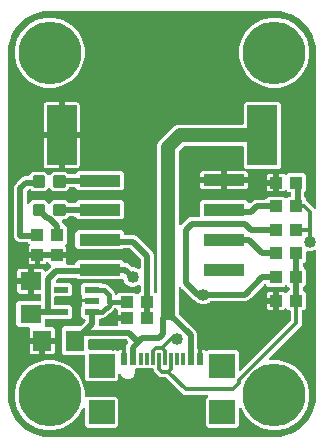
<source format=gbr>
G04 EAGLE Gerber RS-274X export*
G75*
%MOMM*%
%FSLAX34Y34*%
%LPD*%
%INTop Copper*%
%IPPOS*%
%AMOC8*
5,1,8,0,0,1.08239X$1,22.5*%
G01*
%ADD10R,1.100000X1.000000*%
%ADD11R,1.200000X0.550000*%
%ADD12R,0.300000X1.000000*%
%ADD13R,0.600000X1.000000*%
%ADD14R,2.180000X2.000000*%
%ADD15C,5.300000*%
%ADD16R,2.540000X5.080000*%
%ADD17C,0.300000*%
%ADD18R,1.000000X1.100000*%
%ADD19R,3.510000X1.000000*%
%ADD20R,1.600000X1.800000*%
%ADD21R,1.800000X1.600000*%
%ADD22C,1.016000*%
%ADD23C,0.500000*%
%ADD24C,1.200000*%
%ADD25C,0.400000*%

G36*
X230021Y4321D02*
X230021Y4321D01*
X230083Y4321D01*
X234575Y4616D01*
X234618Y4624D01*
X234662Y4625D01*
X234820Y4656D01*
X243497Y6981D01*
X243577Y7014D01*
X243659Y7037D01*
X243782Y7098D01*
X243792Y7102D01*
X243795Y7104D01*
X243804Y7108D01*
X251583Y11600D01*
X251652Y11652D01*
X251725Y11695D01*
X251828Y11786D01*
X251837Y11792D01*
X251839Y11796D01*
X251846Y11802D01*
X258198Y18154D01*
X258251Y18222D01*
X258311Y18283D01*
X258387Y18397D01*
X258393Y18405D01*
X258395Y18409D01*
X258400Y18417D01*
X262892Y26196D01*
X262925Y26275D01*
X262967Y26350D01*
X262990Y26419D01*
X262999Y26438D01*
X263003Y26456D01*
X263011Y26480D01*
X263015Y26490D01*
X263016Y26494D01*
X263019Y26503D01*
X265344Y35180D01*
X265350Y35224D01*
X265363Y35266D01*
X265384Y35425D01*
X265420Y35969D01*
X265420Y35970D01*
X265679Y39917D01*
X265677Y39938D01*
X265681Y40000D01*
X265681Y161655D01*
X265675Y161705D01*
X265677Y161754D01*
X265655Y161862D01*
X265641Y161971D01*
X265623Y162017D01*
X265613Y162066D01*
X265565Y162164D01*
X265524Y162266D01*
X265495Y162307D01*
X265473Y162351D01*
X265402Y162435D01*
X265338Y162524D01*
X265299Y162556D01*
X265267Y162593D01*
X265177Y162656D01*
X265093Y162727D01*
X265048Y162748D01*
X265007Y162776D01*
X264904Y162815D01*
X264805Y162862D01*
X264756Y162871D01*
X264710Y162889D01*
X264600Y162901D01*
X264493Y162922D01*
X264443Y162919D01*
X264394Y162924D01*
X264285Y162909D01*
X264175Y162902D01*
X264128Y162887D01*
X264079Y162880D01*
X263926Y162828D01*
X261617Y161871D01*
X258318Y161871D01*
X258200Y161856D01*
X258081Y161849D01*
X258043Y161836D01*
X258002Y161831D01*
X257892Y161788D01*
X257779Y161751D01*
X257744Y161729D01*
X257707Y161714D01*
X257611Y161645D01*
X257510Y161581D01*
X257482Y161551D01*
X257449Y161528D01*
X257373Y161436D01*
X257292Y161349D01*
X257272Y161314D01*
X257247Y161283D01*
X257196Y161175D01*
X257138Y161071D01*
X257128Y161031D01*
X257111Y160995D01*
X257089Y160878D01*
X257059Y160763D01*
X257055Y160703D01*
X257051Y160683D01*
X257053Y160662D01*
X257049Y160602D01*
X257049Y153737D01*
X255255Y151943D01*
X255200Y151936D01*
X255081Y151929D01*
X255043Y151916D01*
X255002Y151911D01*
X254892Y151868D01*
X254779Y151831D01*
X254744Y151809D01*
X254707Y151794D01*
X254611Y151725D01*
X254510Y151661D01*
X254482Y151631D01*
X254449Y151608D01*
X254373Y151516D01*
X254292Y151429D01*
X254272Y151394D01*
X254247Y151363D01*
X254196Y151255D01*
X254138Y151151D01*
X254128Y151111D01*
X254111Y151075D01*
X254089Y150958D01*
X254059Y150843D01*
X254055Y150783D01*
X254051Y150763D01*
X254053Y150742D01*
X254049Y150682D01*
X254049Y149318D01*
X254064Y149200D01*
X254071Y149081D01*
X254084Y149043D01*
X254089Y149002D01*
X254132Y148892D01*
X254169Y148779D01*
X254191Y148744D01*
X254206Y148707D01*
X254275Y148611D01*
X254339Y148510D01*
X254369Y148482D01*
X254392Y148449D01*
X254484Y148373D01*
X254571Y148292D01*
X254606Y148272D01*
X254637Y148247D01*
X254745Y148196D01*
X254849Y148138D01*
X254889Y148128D01*
X254925Y148111D01*
X255042Y148089D01*
X255157Y148059D01*
X255217Y148055D01*
X255237Y148051D01*
X255258Y148053D01*
X255259Y148052D01*
X257049Y146263D01*
X257049Y133737D01*
X255255Y131943D01*
X255200Y131936D01*
X255081Y131929D01*
X255043Y131916D01*
X255002Y131911D01*
X254892Y131868D01*
X254779Y131831D01*
X254744Y131809D01*
X254707Y131794D01*
X254611Y131725D01*
X254510Y131661D01*
X254482Y131631D01*
X254449Y131608D01*
X254373Y131516D01*
X254292Y131429D01*
X254272Y131394D01*
X254247Y131363D01*
X254196Y131255D01*
X254138Y131151D01*
X254128Y131111D01*
X254111Y131075D01*
X254089Y130958D01*
X254059Y130843D01*
X254055Y130783D01*
X254051Y130763D01*
X254053Y130742D01*
X254049Y130682D01*
X254049Y129318D01*
X254064Y129200D01*
X254071Y129081D01*
X254084Y129043D01*
X254089Y129002D01*
X254132Y128892D01*
X254169Y128779D01*
X254191Y128744D01*
X254206Y128707D01*
X254275Y128611D01*
X254339Y128510D01*
X254369Y128482D01*
X254392Y128449D01*
X254484Y128373D01*
X254571Y128292D01*
X254606Y128272D01*
X254637Y128247D01*
X254745Y128196D01*
X254849Y128138D01*
X254889Y128128D01*
X254925Y128111D01*
X255042Y128089D01*
X255157Y128059D01*
X255217Y128055D01*
X255237Y128051D01*
X255258Y128053D01*
X255259Y128052D01*
X257049Y126263D01*
X257049Y113737D01*
X255263Y111951D01*
X254318Y111951D01*
X254200Y111936D01*
X254081Y111929D01*
X254043Y111916D01*
X254002Y111911D01*
X253892Y111868D01*
X253779Y111831D01*
X253744Y111809D01*
X253707Y111794D01*
X253611Y111725D01*
X253510Y111661D01*
X253482Y111631D01*
X253449Y111608D01*
X253373Y111516D01*
X253292Y111429D01*
X253272Y111394D01*
X253247Y111363D01*
X253196Y111255D01*
X253138Y111151D01*
X253128Y111111D01*
X253111Y111075D01*
X253089Y110958D01*
X253059Y110843D01*
X253055Y110783D01*
X253051Y110763D01*
X253053Y110742D01*
X253049Y110682D01*
X253049Y99088D01*
X225677Y71715D01*
X225591Y71606D01*
X225503Y71499D01*
X225494Y71480D01*
X225482Y71464D01*
X225426Y71336D01*
X225367Y71211D01*
X225363Y71191D01*
X225355Y71172D01*
X225333Y71034D01*
X225307Y70898D01*
X225309Y70878D01*
X225306Y70858D01*
X225319Y70719D01*
X225327Y70581D01*
X225333Y70562D01*
X225335Y70542D01*
X225383Y70410D01*
X225425Y70279D01*
X225436Y70261D01*
X225443Y70242D01*
X225521Y70127D01*
X225595Y70010D01*
X225610Y69996D01*
X225622Y69979D01*
X225726Y69887D01*
X225827Y69792D01*
X225845Y69782D01*
X225860Y69769D01*
X225984Y69705D01*
X226106Y69638D01*
X226125Y69633D01*
X226143Y69624D01*
X226279Y69594D01*
X226413Y69559D01*
X226442Y69557D01*
X226453Y69554D01*
X226474Y69555D01*
X226574Y69549D01*
X233890Y69549D01*
X241405Y67535D01*
X248143Y63645D01*
X253645Y58143D01*
X257535Y51405D01*
X259549Y43890D01*
X259549Y36110D01*
X257535Y28595D01*
X253645Y21857D01*
X248143Y16355D01*
X241405Y12465D01*
X233890Y10451D01*
X226110Y10451D01*
X218595Y12465D01*
X211857Y16355D01*
X206355Y21857D01*
X202465Y28595D01*
X202464Y28598D01*
X202407Y28738D01*
X202350Y28881D01*
X202346Y28886D01*
X202344Y28893D01*
X202253Y29015D01*
X202164Y29138D01*
X202158Y29143D01*
X202154Y29148D01*
X202038Y29243D01*
X201919Y29341D01*
X201912Y29344D01*
X201907Y29348D01*
X201769Y29412D01*
X201631Y29477D01*
X201624Y29478D01*
X201618Y29481D01*
X201467Y29508D01*
X201318Y29536D01*
X201312Y29536D01*
X201305Y29537D01*
X201152Y29526D01*
X201001Y29517D01*
X200995Y29515D01*
X200988Y29514D01*
X200842Y29465D01*
X200699Y29419D01*
X200693Y29415D01*
X200687Y29413D01*
X200559Y29330D01*
X200430Y29249D01*
X200425Y29244D01*
X200420Y29240D01*
X200317Y29129D01*
X200212Y29017D01*
X200209Y29011D01*
X200204Y29006D01*
X200133Y28873D01*
X200058Y28738D01*
X200057Y28732D01*
X200054Y28726D01*
X200017Y28578D01*
X199979Y28430D01*
X199978Y28422D01*
X199977Y28417D01*
X199977Y28406D01*
X199969Y28270D01*
X199969Y14357D01*
X198183Y12571D01*
X173857Y12571D01*
X172071Y14357D01*
X172071Y36883D01*
X173473Y38285D01*
X173558Y38394D01*
X173647Y38501D01*
X173655Y38520D01*
X173668Y38536D01*
X173723Y38664D01*
X173782Y38789D01*
X173786Y38809D01*
X173794Y38828D01*
X173816Y38966D01*
X173842Y39102D01*
X173841Y39122D01*
X173844Y39142D01*
X173831Y39281D01*
X173822Y39419D01*
X173816Y39438D01*
X173814Y39458D01*
X173767Y39590D01*
X173724Y39721D01*
X173714Y39739D01*
X173707Y39758D01*
X173629Y39873D01*
X173554Y39990D01*
X173539Y40004D01*
X173528Y40021D01*
X173424Y40113D01*
X173323Y40208D01*
X173305Y40218D01*
X173290Y40231D01*
X173166Y40295D01*
X173044Y40362D01*
X173025Y40367D01*
X173006Y40376D01*
X172871Y40406D01*
X172736Y40441D01*
X172708Y40443D01*
X172696Y40446D01*
X172676Y40445D01*
X172575Y40451D01*
X153116Y40451D01*
X138488Y55080D01*
X138409Y55140D01*
X138337Y55208D01*
X138284Y55237D01*
X138236Y55274D01*
X138145Y55314D01*
X138059Y55362D01*
X138000Y55377D01*
X137944Y55401D01*
X137847Y55416D01*
X137751Y55441D01*
X137651Y55447D01*
X137630Y55451D01*
X137618Y55449D01*
X137590Y55451D01*
X133116Y55451D01*
X127871Y60696D01*
X127871Y61572D01*
X127856Y61690D01*
X127849Y61809D01*
X127836Y61847D01*
X127831Y61888D01*
X127788Y61998D01*
X127751Y62111D01*
X127729Y62146D01*
X127714Y62183D01*
X127645Y62279D01*
X127581Y62380D01*
X127551Y62408D01*
X127528Y62441D01*
X127436Y62517D01*
X127349Y62598D01*
X127314Y62618D01*
X127283Y62643D01*
X127175Y62694D01*
X127071Y62752D01*
X127031Y62762D01*
X126995Y62779D01*
X126878Y62801D01*
X126763Y62831D01*
X126703Y62835D01*
X126683Y62839D01*
X126662Y62837D01*
X126602Y62841D01*
X113494Y62841D01*
X113445Y62835D01*
X113395Y62837D01*
X113287Y62815D01*
X113179Y62801D01*
X113132Y62783D01*
X113084Y62773D01*
X112985Y62725D01*
X112883Y62684D01*
X112843Y62655D01*
X112798Y62633D01*
X112714Y62562D01*
X112626Y62498D01*
X112594Y62459D01*
X112556Y62427D01*
X112493Y62337D01*
X112423Y62253D01*
X112401Y62208D01*
X112373Y62167D01*
X112334Y62064D01*
X112287Y61965D01*
X112278Y61916D01*
X112260Y61869D01*
X112248Y61760D01*
X112227Y61653D01*
X112230Y61603D01*
X112225Y61553D01*
X112240Y61444D01*
X112247Y61335D01*
X112262Y61288D01*
X112269Y61238D01*
X112319Y61094D01*
X112319Y58587D01*
X111360Y56272D01*
X109588Y54500D01*
X107273Y53541D01*
X104767Y53541D01*
X102452Y54500D01*
X100680Y56272D01*
X100211Y57406D01*
X100176Y57466D01*
X100150Y57531D01*
X100098Y57604D01*
X100053Y57682D01*
X100005Y57732D01*
X99964Y57789D01*
X99894Y57846D01*
X99832Y57910D01*
X99772Y57947D01*
X99719Y57991D01*
X99637Y58030D01*
X99561Y58077D01*
X99494Y58097D01*
X99431Y58127D01*
X99343Y58144D01*
X99257Y58170D01*
X99187Y58174D01*
X99118Y58187D01*
X99029Y58181D01*
X98939Y58185D01*
X98871Y58171D01*
X98801Y58167D01*
X98716Y58139D01*
X98628Y58121D01*
X98565Y58090D01*
X98499Y58069D01*
X98423Y58021D01*
X98342Y57981D01*
X98289Y57936D01*
X98230Y57899D01*
X98168Y57833D01*
X98100Y57775D01*
X98060Y57718D01*
X98012Y57667D01*
X97969Y57588D01*
X97917Y57515D01*
X97892Y57450D01*
X97858Y57389D01*
X97836Y57302D01*
X97804Y57218D01*
X97796Y57148D01*
X97779Y57081D01*
X97769Y56920D01*
X97769Y53657D01*
X95983Y51871D01*
X71657Y51871D01*
X69871Y53657D01*
X69871Y72872D01*
X69856Y72990D01*
X69849Y73109D01*
X69836Y73147D01*
X69831Y73188D01*
X69788Y73298D01*
X69751Y73411D01*
X69729Y73446D01*
X69714Y73483D01*
X69645Y73579D01*
X69581Y73680D01*
X69551Y73708D01*
X69528Y73741D01*
X69436Y73817D01*
X69349Y73898D01*
X69314Y73918D01*
X69283Y73943D01*
X69175Y73994D01*
X69071Y74052D01*
X69031Y74062D01*
X68995Y74079D01*
X68878Y74101D01*
X68763Y74131D01*
X68703Y74135D01*
X68683Y74139D01*
X68662Y74137D01*
X68602Y74141D01*
X52357Y74141D01*
X50571Y75927D01*
X50571Y96453D01*
X52357Y98239D01*
X65296Y98239D01*
X65394Y98251D01*
X65493Y98254D01*
X65551Y98271D01*
X65611Y98279D01*
X65704Y98315D01*
X65799Y98343D01*
X65851Y98373D01*
X65907Y98396D01*
X65987Y98454D01*
X66073Y98504D01*
X66148Y98570D01*
X66164Y98582D01*
X66167Y98586D01*
X66169Y98587D01*
X66175Y98594D01*
X66193Y98610D01*
X69891Y102308D01*
X69951Y102386D01*
X70019Y102458D01*
X70048Y102511D01*
X70085Y102559D01*
X70125Y102650D01*
X70173Y102736D01*
X70188Y102795D01*
X70212Y102851D01*
X70227Y102949D01*
X70252Y103044D01*
X70258Y103144D01*
X70262Y103165D01*
X70260Y103177D01*
X70262Y103205D01*
X70262Y103302D01*
X70247Y103420D01*
X70240Y103539D01*
X70227Y103577D01*
X70222Y103618D01*
X70179Y103728D01*
X70142Y103841D01*
X70120Y103876D01*
X70105Y103913D01*
X70036Y104009D01*
X69972Y104110D01*
X69942Y104138D01*
X69919Y104171D01*
X69827Y104247D01*
X69740Y104328D01*
X69705Y104348D01*
X69674Y104373D01*
X69566Y104424D01*
X69462Y104482D01*
X69422Y104492D01*
X69386Y104509D01*
X69269Y104531D01*
X69154Y104561D01*
X69094Y104565D01*
X69074Y104569D01*
X69053Y104567D01*
X68993Y104571D01*
X68548Y104571D01*
X66762Y106357D01*
X66762Y114383D01*
X67152Y114773D01*
X67217Y114857D01*
X67289Y114934D01*
X67314Y114982D01*
X67347Y115024D01*
X67389Y115121D01*
X67439Y115214D01*
X67452Y115267D01*
X67474Y115316D01*
X67490Y115421D01*
X67516Y115523D01*
X67515Y115577D01*
X67524Y115630D01*
X67514Y115736D01*
X67513Y115841D01*
X67496Y115925D01*
X67494Y115947D01*
X67489Y115962D01*
X67481Y115999D01*
X67270Y116786D01*
X67270Y118496D01*
X75706Y118496D01*
X75824Y118511D01*
X75943Y118518D01*
X75981Y118530D01*
X76021Y118536D01*
X76132Y118579D01*
X76245Y118616D01*
X76279Y118638D01*
X76317Y118653D01*
X76413Y118722D01*
X76514Y118786D01*
X76542Y118816D01*
X76574Y118839D01*
X76650Y118931D01*
X76732Y119018D01*
X76751Y119053D01*
X76777Y119084D01*
X76828Y119192D01*
X76885Y119296D01*
X76895Y119336D01*
X76913Y119372D01*
X76935Y119489D01*
X76965Y119604D01*
X76969Y119664D01*
X76972Y119684D01*
X76971Y119705D01*
X76975Y119765D01*
X76975Y119975D01*
X76960Y120093D01*
X76953Y120212D01*
X76940Y120250D01*
X76935Y120291D01*
X76891Y120401D01*
X76855Y120514D01*
X76833Y120549D01*
X76818Y120586D01*
X76748Y120682D01*
X76685Y120783D01*
X76655Y120811D01*
X76631Y120844D01*
X76540Y120920D01*
X76453Y121001D01*
X76418Y121021D01*
X76386Y121046D01*
X76279Y121097D01*
X76174Y121155D01*
X76135Y121165D01*
X76099Y121182D01*
X75982Y121204D01*
X75866Y121234D01*
X75806Y121238D01*
X75786Y121242D01*
X75766Y121240D01*
X75706Y121244D01*
X67270Y121244D01*
X67270Y122954D01*
X67481Y123741D01*
X67495Y123846D01*
X67519Y123949D01*
X67517Y124003D01*
X67524Y124056D01*
X67512Y124161D01*
X67509Y124267D01*
X67494Y124318D01*
X67488Y124372D01*
X67450Y124471D01*
X67420Y124572D01*
X67393Y124619D01*
X67374Y124669D01*
X67313Y124755D01*
X67259Y124846D01*
X67202Y124910D01*
X67190Y124928D01*
X67178Y124938D01*
X67152Y124967D01*
X66762Y125357D01*
X66762Y133383D01*
X68548Y135169D01*
X83074Y135169D01*
X83452Y134790D01*
X83530Y134730D01*
X83602Y134662D01*
X83655Y134633D01*
X83703Y134596D01*
X83794Y134556D01*
X83881Y134508D01*
X83940Y134493D01*
X83995Y134469D01*
X84093Y134454D01*
X84189Y134429D01*
X84289Y134423D01*
X84309Y134419D01*
X84322Y134421D01*
X84350Y134419D01*
X86634Y134419D01*
X88490Y133650D01*
X94280Y127860D01*
X95140Y125784D01*
X95165Y125740D01*
X95182Y125694D01*
X95243Y125603D01*
X95298Y125507D01*
X95332Y125472D01*
X95360Y125431D01*
X95443Y125358D01*
X95519Y125279D01*
X95561Y125253D01*
X95599Y125220D01*
X95696Y125170D01*
X95790Y125113D01*
X95838Y125098D01*
X95882Y125075D01*
X95989Y125051D01*
X96094Y125019D01*
X96144Y125017D01*
X96192Y125006D01*
X96302Y125009D01*
X96412Y125004D01*
X96460Y125014D01*
X96510Y125015D01*
X96616Y125046D01*
X96723Y125068D01*
X96768Y125090D01*
X96816Y125104D01*
X96910Y125160D01*
X97009Y125208D01*
X97047Y125240D01*
X97089Y125265D01*
X97210Y125372D01*
X98537Y126699D01*
X112063Y126699D01*
X112903Y125859D01*
X112997Y125786D01*
X113086Y125707D01*
X113122Y125689D01*
X113154Y125664D01*
X113263Y125617D01*
X113369Y125563D01*
X113408Y125554D01*
X113446Y125538D01*
X113563Y125519D01*
X113679Y125493D01*
X113720Y125494D01*
X113760Y125488D01*
X113878Y125499D01*
X113997Y125503D01*
X114036Y125514D01*
X114076Y125518D01*
X114188Y125558D01*
X114303Y125591D01*
X114338Y125612D01*
X114376Y125625D01*
X114474Y125692D01*
X114577Y125753D01*
X114622Y125792D01*
X114639Y125804D01*
X114652Y125819D01*
X114698Y125859D01*
X115545Y126707D01*
X115600Y126714D01*
X115719Y126721D01*
X115757Y126734D01*
X115798Y126739D01*
X115908Y126782D01*
X116021Y126819D01*
X116056Y126841D01*
X116093Y126856D01*
X116189Y126925D01*
X116290Y126989D01*
X116318Y127019D01*
X116351Y127042D01*
X116427Y127134D01*
X116508Y127221D01*
X116528Y127256D01*
X116553Y127287D01*
X116604Y127395D01*
X116662Y127499D01*
X116672Y127539D01*
X116689Y127575D01*
X116711Y127692D01*
X116741Y127807D01*
X116745Y127867D01*
X116749Y127887D01*
X116747Y127908D01*
X116751Y127968D01*
X116751Y132191D01*
X116734Y132329D01*
X116721Y132468D01*
X116714Y132487D01*
X116711Y132507D01*
X116660Y132636D01*
X116613Y132767D01*
X116602Y132784D01*
X116594Y132802D01*
X116513Y132915D01*
X116435Y133030D01*
X116419Y133043D01*
X116408Y133060D01*
X116300Y133149D01*
X116196Y133241D01*
X116178Y133250D01*
X116163Y133263D01*
X116037Y133322D01*
X115913Y133385D01*
X115893Y133390D01*
X115875Y133398D01*
X115739Y133424D01*
X115603Y133455D01*
X115582Y133454D01*
X115563Y133458D01*
X115424Y133449D01*
X115285Y133445D01*
X115265Y133439D01*
X115245Y133438D01*
X115113Y133395D01*
X114979Y133357D01*
X114962Y133346D01*
X114943Y133340D01*
X114825Y133266D01*
X114705Y133195D01*
X114684Y133177D01*
X114674Y133170D01*
X114660Y133155D01*
X114610Y133111D01*
X111617Y131871D01*
X108383Y131871D01*
X105395Y133109D01*
X103109Y135395D01*
X102353Y137221D01*
X102338Y137246D01*
X102329Y137274D01*
X102260Y137384D01*
X102195Y137497D01*
X102175Y137518D01*
X102159Y137543D01*
X102064Y137632D01*
X101974Y137725D01*
X101949Y137741D01*
X101927Y137761D01*
X101813Y137824D01*
X101703Y137892D01*
X101675Y137900D01*
X101649Y137915D01*
X101523Y137947D01*
X101399Y137985D01*
X101369Y137987D01*
X101341Y137994D01*
X101180Y138004D01*
X63459Y138004D01*
X62384Y139080D01*
X62306Y139140D01*
X62234Y139208D01*
X62181Y139237D01*
X62133Y139274D01*
X62042Y139314D01*
X61955Y139362D01*
X61896Y139377D01*
X61841Y139401D01*
X61743Y139416D01*
X61647Y139441D01*
X61547Y139447D01*
X61527Y139451D01*
X61514Y139449D01*
X61486Y139451D01*
X47824Y139451D01*
X47726Y139439D01*
X47627Y139436D01*
X47569Y139419D01*
X47509Y139411D01*
X47416Y139375D01*
X47321Y139347D01*
X47269Y139317D01*
X47213Y139294D01*
X47133Y139236D01*
X47047Y139186D01*
X46972Y139120D01*
X46956Y139108D01*
X46948Y139098D01*
X46927Y139080D01*
X45183Y137335D01*
X45097Y137226D01*
X45009Y137119D01*
X45000Y137100D01*
X44988Y137084D01*
X44932Y136956D01*
X44873Y136831D01*
X44869Y136811D01*
X44861Y136792D01*
X44839Y136654D01*
X44813Y136518D01*
X44815Y136498D01*
X44811Y136478D01*
X44825Y136339D01*
X44833Y136201D01*
X44839Y136182D01*
X44841Y136162D01*
X44888Y136030D01*
X44931Y135899D01*
X44942Y135881D01*
X44949Y135862D01*
X45027Y135747D01*
X45101Y135630D01*
X45116Y135616D01*
X45127Y135599D01*
X45232Y135507D01*
X45333Y135412D01*
X45351Y135402D01*
X45366Y135389D01*
X45490Y135325D01*
X45611Y135258D01*
X45631Y135253D01*
X45649Y135244D01*
X45785Y135214D01*
X45919Y135179D01*
X45947Y135177D01*
X45959Y135174D01*
X45980Y135175D01*
X46080Y135169D01*
X57072Y135169D01*
X58858Y133383D01*
X58858Y125357D01*
X57072Y123571D01*
X44890Y123571D01*
X44772Y123556D01*
X44653Y123549D01*
X44615Y123536D01*
X44574Y123531D01*
X44464Y123488D01*
X44351Y123451D01*
X44316Y123429D01*
X44279Y123414D01*
X44183Y123345D01*
X44082Y123281D01*
X44054Y123251D01*
X44021Y123228D01*
X43945Y123136D01*
X43864Y123049D01*
X43844Y123014D01*
X43819Y122983D01*
X43768Y122875D01*
X43710Y122771D01*
X43700Y122731D01*
X43683Y122695D01*
X43661Y122578D01*
X43631Y122463D01*
X43627Y122403D01*
X43623Y122383D01*
X43625Y122362D01*
X43621Y122302D01*
X43621Y117438D01*
X43636Y117320D01*
X43643Y117201D01*
X43656Y117163D01*
X43661Y117122D01*
X43704Y117012D01*
X43741Y116899D01*
X43763Y116864D01*
X43778Y116827D01*
X43847Y116731D01*
X43911Y116630D01*
X43941Y116602D01*
X43964Y116569D01*
X44056Y116493D01*
X44143Y116412D01*
X44178Y116392D01*
X44209Y116367D01*
X44317Y116316D01*
X44421Y116258D01*
X44461Y116248D01*
X44497Y116231D01*
X44614Y116209D01*
X44729Y116179D01*
X44789Y116175D01*
X44809Y116171D01*
X44830Y116173D01*
X44890Y116169D01*
X57072Y116169D01*
X58858Y114383D01*
X58858Y106357D01*
X57072Y104571D01*
X42525Y104571D01*
X42518Y104578D01*
X42465Y104607D01*
X42417Y104644D01*
X42326Y104684D01*
X42239Y104732D01*
X42180Y104747D01*
X42125Y104771D01*
X42027Y104786D01*
X41931Y104811D01*
X41831Y104817D01*
X41811Y104821D01*
X41798Y104819D01*
X41770Y104821D01*
X37048Y104821D01*
X36930Y104806D01*
X36811Y104799D01*
X36773Y104786D01*
X36732Y104781D01*
X36622Y104738D01*
X36509Y104701D01*
X36474Y104679D01*
X36437Y104664D01*
X36341Y104595D01*
X36240Y104531D01*
X36212Y104501D01*
X36179Y104478D01*
X36103Y104386D01*
X36022Y104299D01*
X36002Y104264D01*
X35977Y104233D01*
X35926Y104125D01*
X35868Y104021D01*
X35858Y103981D01*
X35841Y103945D01*
X35819Y103828D01*
X35789Y103713D01*
X35785Y103653D01*
X35781Y103633D01*
X35783Y103612D01*
X35779Y103552D01*
X35779Y99000D01*
X35794Y98882D01*
X35801Y98763D01*
X35814Y98725D01*
X35819Y98684D01*
X35862Y98574D01*
X35899Y98461D01*
X35921Y98426D01*
X35936Y98389D01*
X36005Y98293D01*
X36069Y98192D01*
X36099Y98164D01*
X36122Y98131D01*
X36214Y98055D01*
X36301Y97974D01*
X36336Y97954D01*
X36367Y97929D01*
X36475Y97878D01*
X36579Y97820D01*
X36619Y97810D01*
X36655Y97793D01*
X36772Y97771D01*
X36887Y97741D01*
X36947Y97737D01*
X36967Y97733D01*
X36988Y97735D01*
X37048Y97731D01*
X41954Y97731D01*
X42601Y97558D01*
X43180Y97223D01*
X43653Y96750D01*
X43988Y96171D01*
X44161Y95524D01*
X44161Y88729D01*
X34890Y88729D01*
X34772Y88714D01*
X34653Y88707D01*
X34615Y88694D01*
X34575Y88689D01*
X34464Y88645D01*
X34351Y88609D01*
X34316Y88587D01*
X34279Y88572D01*
X34183Y88502D01*
X34082Y88439D01*
X34054Y88409D01*
X34022Y88385D01*
X33946Y88294D01*
X33864Y88207D01*
X33845Y88172D01*
X33819Y88140D01*
X33768Y88033D01*
X33711Y87929D01*
X33700Y87889D01*
X33683Y87853D01*
X33661Y87736D01*
X33631Y87621D01*
X33627Y87560D01*
X33623Y87540D01*
X33625Y87520D01*
X33621Y87460D01*
X33621Y86189D01*
X33619Y86189D01*
X33619Y87460D01*
X33604Y87578D01*
X33597Y87697D01*
X33584Y87735D01*
X33579Y87775D01*
X33535Y87886D01*
X33499Y87999D01*
X33477Y88034D01*
X33462Y88071D01*
X33392Y88167D01*
X33329Y88268D01*
X33299Y88296D01*
X33275Y88328D01*
X33184Y88404D01*
X33097Y88486D01*
X33062Y88505D01*
X33030Y88531D01*
X32923Y88582D01*
X32819Y88639D01*
X32779Y88650D01*
X32743Y88667D01*
X32626Y88689D01*
X32511Y88719D01*
X32450Y88723D01*
X32430Y88727D01*
X32410Y88725D01*
X32350Y88729D01*
X23079Y88729D01*
X23079Y95525D01*
X23178Y95893D01*
X23195Y96018D01*
X23219Y96142D01*
X23217Y96175D01*
X23221Y96209D01*
X23207Y96334D01*
X23199Y96459D01*
X23189Y96491D01*
X23185Y96524D01*
X23140Y96642D01*
X23101Y96761D01*
X23083Y96790D01*
X23071Y96821D01*
X22998Y96924D01*
X22931Y97030D01*
X22906Y97053D01*
X22887Y97081D01*
X22791Y97162D01*
X22699Y97248D01*
X22670Y97264D01*
X22644Y97286D01*
X22531Y97341D01*
X22421Y97402D01*
X22388Y97410D01*
X22358Y97425D01*
X22234Y97450D01*
X22113Y97481D01*
X22064Y97484D01*
X22046Y97488D01*
X22024Y97487D01*
X21952Y97491D01*
X13467Y97491D01*
X11681Y99277D01*
X11681Y117803D01*
X13467Y119589D01*
X31254Y119589D01*
X31372Y119604D01*
X31491Y119611D01*
X31529Y119624D01*
X31570Y119629D01*
X31680Y119672D01*
X31793Y119709D01*
X31828Y119731D01*
X31865Y119746D01*
X31961Y119815D01*
X32062Y119879D01*
X32090Y119909D01*
X32123Y119932D01*
X32199Y120024D01*
X32280Y120111D01*
X32300Y120146D01*
X32325Y120177D01*
X32376Y120285D01*
X32434Y120389D01*
X32444Y120429D01*
X32461Y120465D01*
X32483Y120582D01*
X32513Y120697D01*
X32517Y120757D01*
X32521Y120777D01*
X32519Y120798D01*
X32523Y120858D01*
X32523Y124730D01*
X32508Y124848D01*
X32501Y124967D01*
X32488Y125005D01*
X32483Y125046D01*
X32440Y125156D01*
X32403Y125269D01*
X32381Y125304D01*
X32366Y125341D01*
X32297Y125437D01*
X32233Y125538D01*
X32203Y125566D01*
X32180Y125599D01*
X32088Y125675D01*
X32001Y125756D01*
X31966Y125776D01*
X31935Y125801D01*
X31827Y125852D01*
X31723Y125910D01*
X31683Y125920D01*
X31647Y125937D01*
X31530Y125959D01*
X31415Y125989D01*
X31355Y125993D01*
X31335Y125997D01*
X31314Y125995D01*
X31254Y125999D01*
X26269Y125999D01*
X26269Y135270D01*
X26254Y135388D01*
X26247Y135507D01*
X26234Y135545D01*
X26229Y135585D01*
X26185Y135696D01*
X26149Y135809D01*
X26127Y135844D01*
X26112Y135881D01*
X26042Y135977D01*
X25979Y136078D01*
X25949Y136106D01*
X25925Y136138D01*
X25834Y136214D01*
X25747Y136296D01*
X25712Y136315D01*
X25680Y136341D01*
X25573Y136392D01*
X25469Y136449D01*
X25429Y136460D01*
X25393Y136477D01*
X25276Y136499D01*
X25161Y136529D01*
X25100Y136533D01*
X25080Y136537D01*
X25060Y136535D01*
X25000Y136539D01*
X23729Y136539D01*
X23729Y136541D01*
X25000Y136541D01*
X25118Y136556D01*
X25237Y136563D01*
X25275Y136576D01*
X25315Y136581D01*
X25426Y136625D01*
X25539Y136661D01*
X25574Y136683D01*
X25611Y136698D01*
X25707Y136768D01*
X25808Y136831D01*
X25836Y136861D01*
X25868Y136885D01*
X25944Y136976D01*
X26026Y137063D01*
X26045Y137098D01*
X26071Y137130D01*
X26122Y137237D01*
X26179Y137341D01*
X26190Y137381D01*
X26207Y137417D01*
X26229Y137534D01*
X26259Y137649D01*
X26263Y137710D01*
X26267Y137730D01*
X26265Y137750D01*
X26269Y137810D01*
X26269Y147081D01*
X33064Y147081D01*
X33711Y146908D01*
X34290Y146573D01*
X34763Y146100D01*
X35136Y145455D01*
X35168Y145365D01*
X35183Y145343D01*
X35193Y145318D01*
X35272Y145212D01*
X35346Y145102D01*
X35367Y145084D01*
X35383Y145063D01*
X35485Y144980D01*
X35585Y144892D01*
X35609Y144880D01*
X35630Y144863D01*
X35750Y144808D01*
X35868Y144747D01*
X35894Y144741D01*
X35919Y144730D01*
X36049Y144707D01*
X36178Y144678D01*
X36205Y144678D01*
X36232Y144674D01*
X36364Y144683D01*
X36496Y144687D01*
X36522Y144695D01*
X36549Y144697D01*
X36674Y144739D01*
X36802Y144776D01*
X36825Y144789D01*
X36850Y144798D01*
X36962Y144870D01*
X37076Y144937D01*
X37104Y144962D01*
X37117Y144971D01*
X37132Y144987D01*
X37196Y145044D01*
X40705Y148552D01*
X40782Y148651D01*
X40864Y148746D01*
X40879Y148776D01*
X40900Y148803D01*
X40950Y148918D01*
X41005Y149031D01*
X41012Y149064D01*
X41026Y149095D01*
X41046Y149219D01*
X41072Y149342D01*
X41070Y149376D01*
X41076Y149409D01*
X41064Y149534D01*
X41059Y149660D01*
X41049Y149692D01*
X41046Y149726D01*
X41003Y149844D01*
X40967Y149964D01*
X40950Y149993D01*
X40938Y150025D01*
X40868Y150129D01*
X40803Y150236D01*
X40779Y150260D01*
X40760Y150288D01*
X40665Y150371D01*
X40576Y150459D01*
X40535Y150486D01*
X40521Y150498D01*
X40502Y150508D01*
X40442Y150548D01*
X39890Y150867D01*
X39417Y151340D01*
X39056Y151965D01*
X39045Y151992D01*
X38996Y152122D01*
X38985Y152139D01*
X38977Y152158D01*
X38894Y152269D01*
X38815Y152384D01*
X38800Y152397D01*
X38788Y152413D01*
X38680Y152500D01*
X38574Y152592D01*
X38556Y152601D01*
X38541Y152613D01*
X38414Y152671D01*
X38290Y152733D01*
X38270Y152737D01*
X38252Y152746D01*
X38115Y152771D01*
X37979Y152800D01*
X37959Y152799D01*
X37939Y152802D01*
X37800Y152792D01*
X37661Y152787D01*
X37642Y152781D01*
X37622Y152779D01*
X37490Y152735D01*
X37356Y152695D01*
X37339Y152684D01*
X37320Y152678D01*
X37204Y152603D01*
X37084Y152531D01*
X37070Y152516D01*
X37053Y152505D01*
X36959Y152403D01*
X36861Y152304D01*
X36846Y152280D01*
X36838Y152271D01*
X36828Y152253D01*
X36772Y152170D01*
X36553Y151790D01*
X36080Y151317D01*
X35501Y150982D01*
X34854Y150809D01*
X32019Y150809D01*
X32019Y156351D01*
X37363Y156351D01*
X37381Y156334D01*
X37404Y156301D01*
X37496Y156225D01*
X37583Y156144D01*
X37618Y156124D01*
X37649Y156099D01*
X37757Y156048D01*
X37861Y155990D01*
X37901Y155980D01*
X37937Y155963D01*
X38054Y155941D01*
X38169Y155911D01*
X38229Y155907D01*
X38249Y155903D01*
X38270Y155905D01*
X38330Y155901D01*
X45220Y155901D01*
X45338Y155916D01*
X45457Y155923D01*
X45495Y155935D01*
X45535Y155941D01*
X45646Y155984D01*
X45759Y156021D01*
X45793Y156043D01*
X45831Y156058D01*
X45927Y156127D01*
X46028Y156191D01*
X46056Y156221D01*
X46088Y156244D01*
X46164Y156336D01*
X46246Y156423D01*
X46265Y156458D01*
X46291Y156489D01*
X46342Y156597D01*
X46399Y156701D01*
X46409Y156741D01*
X46427Y156777D01*
X46447Y156884D01*
X46451Y156854D01*
X46495Y156744D01*
X46531Y156631D01*
X46553Y156596D01*
X46568Y156559D01*
X46638Y156462D01*
X46701Y156362D01*
X46731Y156334D01*
X46755Y156301D01*
X46846Y156225D01*
X46933Y156144D01*
X46968Y156124D01*
X47000Y156099D01*
X47107Y156048D01*
X47212Y155990D01*
X47251Y155980D01*
X47287Y155963D01*
X47404Y155941D01*
X47520Y155911D01*
X47580Y155907D01*
X47600Y155903D01*
X47620Y155905D01*
X47680Y155901D01*
X53991Y155901D01*
X53991Y152566D01*
X53878Y152147D01*
X53861Y152022D01*
X53838Y151898D01*
X53840Y151865D01*
X53835Y151831D01*
X53850Y151706D01*
X53858Y151581D01*
X53868Y151549D01*
X53872Y151516D01*
X53917Y151398D01*
X53956Y151279D01*
X53974Y151250D01*
X53986Y151219D01*
X54058Y151116D01*
X54126Y151010D01*
X54150Y150987D01*
X54170Y150959D01*
X54266Y150878D01*
X54357Y150792D01*
X54387Y150776D01*
X54413Y150754D01*
X54526Y150699D01*
X54636Y150638D01*
X54668Y150630D01*
X54699Y150615D01*
X54822Y150590D01*
X54944Y150559D01*
X54993Y150556D01*
X55011Y150552D01*
X55032Y150553D01*
X55104Y150549D01*
X60404Y150549D01*
X60522Y150564D01*
X60641Y150571D01*
X60679Y150584D01*
X60720Y150589D01*
X60830Y150632D01*
X60943Y150669D01*
X60978Y150691D01*
X61015Y150706D01*
X61111Y150775D01*
X61212Y150839D01*
X61240Y150869D01*
X61273Y150892D01*
X61348Y150984D01*
X61430Y151071D01*
X61450Y151106D01*
X61475Y151137D01*
X61526Y151245D01*
X61584Y151349D01*
X61594Y151389D01*
X61611Y151425D01*
X61633Y151542D01*
X61663Y151657D01*
X61667Y151717D01*
X61671Y151737D01*
X61669Y151758D01*
X61673Y151818D01*
X61673Y152316D01*
X63459Y154102D01*
X101085Y154102D01*
X103213Y151973D01*
X103291Y151913D01*
X103363Y151845D01*
X103416Y151816D01*
X103464Y151779D01*
X103555Y151739D01*
X103642Y151691D01*
X103701Y151676D01*
X103756Y151652D01*
X103854Y151637D01*
X103950Y151612D01*
X104050Y151606D01*
X104070Y151602D01*
X104083Y151604D01*
X104111Y151602D01*
X105051Y151602D01*
X107090Y150757D01*
X109347Y148500D01*
X109425Y148440D01*
X109497Y148372D01*
X109550Y148343D01*
X109598Y148306D01*
X109689Y148266D01*
X109775Y148218D01*
X109834Y148203D01*
X109890Y148179D01*
X109988Y148164D01*
X110083Y148139D01*
X110183Y148133D01*
X110204Y148129D01*
X110216Y148131D01*
X110244Y148129D01*
X111617Y148129D01*
X114617Y146886D01*
X114694Y146826D01*
X114801Y146737D01*
X114820Y146729D01*
X114836Y146716D01*
X114964Y146661D01*
X115089Y146602D01*
X115109Y146598D01*
X115128Y146590D01*
X115265Y146568D01*
X115402Y146542D01*
X115422Y146543D01*
X115442Y146540D01*
X115580Y146553D01*
X115719Y146562D01*
X115738Y146568D01*
X115758Y146570D01*
X115889Y146617D01*
X116021Y146660D01*
X116038Y146671D01*
X116058Y146677D01*
X116173Y146756D01*
X116290Y146830D01*
X116304Y146845D01*
X116321Y146856D01*
X116413Y146960D01*
X116508Y147062D01*
X116518Y147079D01*
X116531Y147094D01*
X116595Y147219D01*
X116662Y147340D01*
X116667Y147360D01*
X116676Y147378D01*
X116706Y147514D01*
X116741Y147648D01*
X116743Y147676D01*
X116746Y147688D01*
X116745Y147709D01*
X116751Y147809D01*
X116751Y154876D01*
X116739Y154974D01*
X116736Y155073D01*
X116719Y155131D01*
X116711Y155191D01*
X116675Y155284D01*
X116647Y155379D01*
X116617Y155431D01*
X116594Y155487D01*
X116536Y155567D01*
X116486Y155653D01*
X116420Y155728D01*
X116408Y155744D01*
X116398Y155752D01*
X116380Y155773D01*
X108073Y164080D01*
X107995Y164140D01*
X107923Y164208D01*
X107870Y164237D01*
X107822Y164274D01*
X107731Y164314D01*
X107645Y164362D01*
X107586Y164377D01*
X107530Y164401D01*
X107432Y164416D01*
X107337Y164441D01*
X107237Y164447D01*
X107216Y164451D01*
X107204Y164449D01*
X107176Y164451D01*
X102658Y164451D01*
X102559Y164439D01*
X102460Y164436D01*
X102402Y164419D01*
X102342Y164411D01*
X102250Y164375D01*
X102155Y164347D01*
X102103Y164317D01*
X102046Y164294D01*
X101966Y164236D01*
X101881Y164186D01*
X101806Y164120D01*
X101789Y164108D01*
X101781Y164098D01*
X101760Y164080D01*
X101085Y163404D01*
X63459Y163404D01*
X61673Y165190D01*
X61673Y177716D01*
X63459Y179502D01*
X101085Y179502D01*
X102871Y177716D01*
X102871Y176818D01*
X102886Y176700D01*
X102893Y176581D01*
X102906Y176543D01*
X102911Y176502D01*
X102954Y176392D01*
X102991Y176279D01*
X103013Y176244D01*
X103028Y176207D01*
X103097Y176111D01*
X103161Y176010D01*
X103191Y175982D01*
X103214Y175949D01*
X103306Y175873D01*
X103393Y175792D01*
X103428Y175772D01*
X103459Y175747D01*
X103567Y175696D01*
X103671Y175638D01*
X103711Y175628D01*
X103747Y175611D01*
X103864Y175589D01*
X103979Y175559D01*
X104039Y175555D01*
X104059Y175551D01*
X104080Y175553D01*
X104140Y175549D01*
X111104Y175549D01*
X113143Y174704D01*
X127004Y160843D01*
X127849Y158804D01*
X127849Y127968D01*
X127864Y127850D01*
X127871Y127731D01*
X127884Y127693D01*
X127889Y127652D01*
X127932Y127542D01*
X127969Y127429D01*
X127991Y127394D01*
X128006Y127357D01*
X128075Y127261D01*
X128139Y127160D01*
X128169Y127132D01*
X128192Y127099D01*
X128284Y127023D01*
X128371Y126942D01*
X128406Y126922D01*
X128437Y126897D01*
X128545Y126846D01*
X128649Y126788D01*
X128689Y126778D01*
X128725Y126761D01*
X128842Y126739D01*
X128957Y126709D01*
X129017Y126705D01*
X129037Y126701D01*
X129058Y126703D01*
X129118Y126699D01*
X129223Y126699D01*
X129289Y126668D01*
X129309Y126664D01*
X129327Y126656D01*
X129465Y126634D01*
X129602Y126608D01*
X129622Y126609D01*
X129642Y126606D01*
X129780Y126619D01*
X129919Y126628D01*
X129938Y126634D01*
X129958Y126636D01*
X130089Y126683D01*
X130221Y126726D01*
X130238Y126736D01*
X130257Y126743D01*
X130372Y126821D01*
X130490Y126896D01*
X130504Y126910D01*
X130521Y126922D01*
X130613Y127026D01*
X130708Y127127D01*
X130718Y127145D01*
X130731Y127160D01*
X130794Y127284D01*
X130862Y127406D01*
X130867Y127425D01*
X130876Y127443D01*
X130906Y127579D01*
X130941Y127714D01*
X130943Y127742D01*
X130945Y127754D01*
X130945Y127774D01*
X130951Y127875D01*
X130951Y251800D01*
X132329Y255126D01*
X144874Y267671D01*
X148200Y269049D01*
X202982Y269049D01*
X203100Y269064D01*
X203219Y269071D01*
X203257Y269084D01*
X203298Y269089D01*
X203408Y269132D01*
X203521Y269169D01*
X203556Y269191D01*
X203593Y269206D01*
X203689Y269275D01*
X203790Y269339D01*
X203818Y269369D01*
X203851Y269392D01*
X203927Y269484D01*
X204008Y269571D01*
X204028Y269606D01*
X204053Y269637D01*
X204104Y269745D01*
X204162Y269849D01*
X204172Y269889D01*
X204189Y269925D01*
X204211Y270042D01*
X204241Y270157D01*
X204245Y270217D01*
X204249Y270237D01*
X204247Y270258D01*
X204251Y270318D01*
X204251Y286663D01*
X206037Y288449D01*
X233963Y288449D01*
X235749Y286663D01*
X235749Y233337D01*
X233963Y231551D01*
X207337Y231551D01*
X207199Y231534D01*
X207061Y231521D01*
X207042Y231514D01*
X207022Y231511D01*
X206892Y231460D01*
X206761Y231413D01*
X206745Y231402D01*
X206726Y231394D01*
X206613Y231313D01*
X206498Y231235D01*
X206485Y231219D01*
X206469Y231208D01*
X206380Y231100D01*
X206288Y230996D01*
X206279Y230978D01*
X206266Y230963D01*
X206206Y230837D01*
X206143Y230713D01*
X206139Y230693D01*
X206130Y230675D01*
X206104Y230538D01*
X206074Y230403D01*
X206074Y230382D01*
X206070Y230363D01*
X206079Y230224D01*
X206083Y230085D01*
X206089Y230065D01*
X206090Y230045D01*
X206133Y229913D01*
X206172Y229779D01*
X206182Y229762D01*
X206188Y229743D01*
X206262Y229625D01*
X206333Y229505D01*
X206352Y229484D01*
X206358Y229474D01*
X206373Y229460D01*
X206440Y229385D01*
X207011Y228813D01*
X207346Y228234D01*
X207519Y227587D01*
X207519Y224752D01*
X189927Y224752D01*
X189927Y229794D01*
X204730Y229794D01*
X204868Y229811D01*
X205007Y229824D01*
X205026Y229831D01*
X205046Y229834D01*
X205175Y229885D01*
X205306Y229932D01*
X205323Y229943D01*
X205342Y229951D01*
X205454Y230032D01*
X205569Y230110D01*
X205583Y230126D01*
X205599Y230137D01*
X205688Y230244D01*
X205780Y230349D01*
X205789Y230367D01*
X205802Y230382D01*
X205861Y230508D01*
X205924Y230632D01*
X205929Y230652D01*
X205937Y230670D01*
X205963Y230807D01*
X205994Y230942D01*
X205993Y230963D01*
X205997Y230982D01*
X205989Y231121D01*
X205984Y231260D01*
X205979Y231280D01*
X205977Y231300D01*
X205935Y231432D01*
X205896Y231566D01*
X205886Y231583D01*
X205879Y231602D01*
X205805Y231720D01*
X205734Y231840D01*
X205716Y231861D01*
X205709Y231871D01*
X205694Y231885D01*
X205628Y231960D01*
X204251Y233337D01*
X204251Y249682D01*
X204236Y249800D01*
X204229Y249919D01*
X204216Y249957D01*
X204211Y249998D01*
X204168Y250108D01*
X204131Y250221D01*
X204109Y250256D01*
X204094Y250293D01*
X204025Y250389D01*
X203961Y250490D01*
X203931Y250518D01*
X203908Y250551D01*
X203816Y250627D01*
X203729Y250708D01*
X203694Y250728D01*
X203663Y250753D01*
X203555Y250804D01*
X203451Y250862D01*
X203411Y250872D01*
X203375Y250889D01*
X203258Y250911D01*
X203143Y250941D01*
X203083Y250945D01*
X203063Y250949D01*
X203042Y250947D01*
X202982Y250951D01*
X154274Y250951D01*
X154176Y250939D01*
X154077Y250936D01*
X154018Y250919D01*
X153958Y250911D01*
X153866Y250875D01*
X153771Y250847D01*
X153719Y250817D01*
X153663Y250794D01*
X153583Y250736D01*
X153497Y250686D01*
X153422Y250620D01*
X153405Y250608D01*
X153398Y250598D01*
X153376Y250580D01*
X149420Y246624D01*
X149360Y246545D01*
X149292Y246473D01*
X149263Y246420D01*
X149226Y246372D01*
X149186Y246281D01*
X149138Y246195D01*
X149123Y246136D01*
X149099Y246081D01*
X149084Y245983D01*
X149059Y245887D01*
X149053Y245787D01*
X149049Y245766D01*
X149051Y245754D01*
X149049Y245726D01*
X149049Y184960D01*
X149066Y184822D01*
X149079Y184684D01*
X149086Y184665D01*
X149089Y184645D01*
X149140Y184515D01*
X149187Y184384D01*
X149198Y184368D01*
X149206Y184349D01*
X149287Y184237D01*
X149365Y184121D01*
X149381Y184108D01*
X149392Y184091D01*
X149500Y184003D01*
X149604Y183911D01*
X149622Y183902D01*
X149637Y183889D01*
X149763Y183829D01*
X149887Y183766D01*
X149907Y183762D01*
X149925Y183753D01*
X150062Y183727D01*
X150197Y183697D01*
X150218Y183697D01*
X150237Y183693D01*
X150376Y183702D01*
X150515Y183706D01*
X150535Y183712D01*
X150555Y183713D01*
X150687Y183756D01*
X150821Y183795D01*
X150838Y183805D01*
X150857Y183811D01*
X150975Y183885D01*
X151095Y183956D01*
X151116Y183975D01*
X151126Y183981D01*
X151140Y183996D01*
X151215Y184063D01*
X152035Y184882D01*
X152035Y184883D01*
X156857Y189704D01*
X158896Y190549D01*
X165560Y190549D01*
X165678Y190564D01*
X165797Y190571D01*
X165835Y190584D01*
X165876Y190589D01*
X165986Y190632D01*
X166099Y190669D01*
X166134Y190691D01*
X166171Y190706D01*
X166267Y190775D01*
X166368Y190839D01*
X166396Y190869D01*
X166429Y190892D01*
X166505Y190984D01*
X166586Y191071D01*
X166606Y191106D01*
X166631Y191137D01*
X166682Y191245D01*
X166740Y191349D01*
X166750Y191389D01*
X166767Y191425D01*
X166789Y191542D01*
X166819Y191657D01*
X166823Y191717D01*
X166827Y191737D01*
X166825Y191758D01*
X166829Y191818D01*
X166829Y203116D01*
X168615Y204902D01*
X206241Y204902D01*
X208250Y202892D01*
X208344Y202819D01*
X208434Y202741D01*
X208470Y202722D01*
X208502Y202697D01*
X208611Y202650D01*
X208717Y202596D01*
X208756Y202587D01*
X208793Y202571D01*
X208911Y202552D01*
X209027Y202526D01*
X209067Y202528D01*
X209107Y202521D01*
X209226Y202532D01*
X209345Y202536D01*
X209384Y202547D01*
X209424Y202551D01*
X209536Y202591D01*
X209650Y202624D01*
X209685Y202645D01*
X209723Y202659D01*
X209822Y202726D01*
X209924Y202786D01*
X209970Y202826D01*
X209986Y202837D01*
X210000Y202852D01*
X210045Y202892D01*
X211857Y204704D01*
X213896Y205549D01*
X221711Y205549D01*
X221810Y205561D01*
X221909Y205564D01*
X221967Y205581D01*
X222027Y205589D01*
X222119Y205625D01*
X222214Y205653D01*
X222266Y205683D01*
X222323Y205706D01*
X222403Y205764D01*
X222488Y205814D01*
X222563Y205880D01*
X222580Y205892D01*
X222588Y205902D01*
X222609Y205920D01*
X224737Y208049D01*
X238263Y208049D01*
X239103Y207209D01*
X239197Y207136D01*
X239286Y207057D01*
X239322Y207039D01*
X239354Y207014D01*
X239463Y206967D01*
X239569Y206913D01*
X239608Y206904D01*
X239646Y206888D01*
X239763Y206869D01*
X239879Y206843D01*
X239920Y206844D01*
X239960Y206838D01*
X240078Y206849D01*
X240197Y206853D01*
X240236Y206864D01*
X240276Y206868D01*
X240388Y206908D01*
X240503Y206941D01*
X240538Y206962D01*
X240576Y206975D01*
X240674Y207042D01*
X240777Y207103D01*
X240822Y207142D01*
X240839Y207154D01*
X240852Y207169D01*
X240898Y207209D01*
X241737Y208049D01*
X243182Y208049D01*
X243300Y208064D01*
X243419Y208071D01*
X243457Y208084D01*
X243498Y208089D01*
X243608Y208132D01*
X243721Y208169D01*
X243756Y208191D01*
X243793Y208206D01*
X243889Y208275D01*
X243990Y208339D01*
X244018Y208369D01*
X244051Y208392D01*
X244127Y208484D01*
X244208Y208571D01*
X244228Y208606D01*
X244253Y208637D01*
X244304Y208745D01*
X244362Y208849D01*
X244372Y208889D01*
X244389Y208925D01*
X244411Y209042D01*
X244441Y209157D01*
X244445Y209217D01*
X244449Y209237D01*
X244447Y209258D01*
X244451Y209318D01*
X244451Y210682D01*
X244436Y210800D01*
X244429Y210919D01*
X244416Y210957D01*
X244411Y210998D01*
X244368Y211108D01*
X244331Y211221D01*
X244309Y211256D01*
X244294Y211293D01*
X244225Y211389D01*
X244161Y211490D01*
X244131Y211518D01*
X244108Y211551D01*
X244016Y211627D01*
X243929Y211708D01*
X243894Y211728D01*
X243863Y211753D01*
X243755Y211804D01*
X243651Y211862D01*
X243611Y211872D01*
X243575Y211889D01*
X243458Y211911D01*
X243343Y211941D01*
X243283Y211945D01*
X243263Y211949D01*
X243242Y211947D01*
X243182Y211951D01*
X241737Y211951D01*
X240538Y213150D01*
X240444Y213223D01*
X240355Y213302D01*
X240319Y213320D01*
X240287Y213345D01*
X240178Y213392D01*
X240072Y213447D01*
X240032Y213455D01*
X239995Y213471D01*
X239877Y213490D01*
X239761Y213516D01*
X239721Y213515D01*
X239681Y213521D01*
X239562Y213510D01*
X239443Y213506D01*
X239405Y213495D01*
X239364Y213491D01*
X239252Y213451D01*
X239138Y213418D01*
X239103Y213398D01*
X239065Y213384D01*
X238967Y213317D01*
X238864Y213257D01*
X238819Y213217D01*
X238802Y213205D01*
X238788Y213190D01*
X238743Y213150D01*
X238560Y212967D01*
X237981Y212632D01*
X237334Y212459D01*
X233999Y212459D01*
X233999Y218770D01*
X233984Y218888D01*
X233977Y219007D01*
X233964Y219045D01*
X233959Y219085D01*
X233916Y219196D01*
X233879Y219309D01*
X233857Y219343D01*
X233842Y219381D01*
X233773Y219477D01*
X233709Y219578D01*
X233679Y219606D01*
X233656Y219638D01*
X233564Y219714D01*
X233477Y219796D01*
X233442Y219815D01*
X233411Y219841D01*
X233303Y219892D01*
X233199Y219949D01*
X233159Y219959D01*
X233123Y219977D01*
X233016Y219997D01*
X233046Y220001D01*
X233156Y220045D01*
X233269Y220081D01*
X233304Y220103D01*
X233341Y220118D01*
X233437Y220188D01*
X233538Y220251D01*
X233566Y220281D01*
X233599Y220305D01*
X233675Y220396D01*
X233756Y220483D01*
X233776Y220518D01*
X233801Y220550D01*
X233852Y220657D01*
X233910Y220762D01*
X233920Y220801D01*
X233937Y220837D01*
X233959Y220954D01*
X233989Y221070D01*
X233993Y221130D01*
X233997Y221150D01*
X233995Y221170D01*
X233999Y221230D01*
X233999Y227541D01*
X237334Y227541D01*
X237981Y227368D01*
X238560Y227033D01*
X238743Y226850D01*
X238837Y226777D01*
X238927Y226698D01*
X238963Y226680D01*
X238994Y226655D01*
X239104Y226608D01*
X239210Y226553D01*
X239249Y226545D01*
X239286Y226529D01*
X239404Y226510D01*
X239520Y226484D01*
X239561Y226485D01*
X239600Y226479D01*
X239719Y226490D01*
X239838Y226493D01*
X239877Y226505D01*
X239917Y226509D01*
X240029Y226549D01*
X240143Y226582D01*
X240178Y226602D01*
X240216Y226616D01*
X240315Y226683D01*
X240417Y226743D01*
X240463Y226783D01*
X240479Y226795D01*
X240493Y226810D01*
X240538Y226850D01*
X241737Y228049D01*
X255263Y228049D01*
X257049Y226263D01*
X257049Y213737D01*
X255920Y212609D01*
X255860Y212531D01*
X255792Y212459D01*
X255763Y212406D01*
X255726Y212358D01*
X255686Y212267D01*
X255638Y212180D01*
X255623Y212121D01*
X255599Y212066D01*
X255584Y211968D01*
X255559Y211872D01*
X255553Y211772D01*
X255549Y211752D01*
X255551Y211739D01*
X255549Y211711D01*
X255549Y208289D01*
X255561Y208190D01*
X255564Y208091D01*
X255581Y208033D01*
X255589Y207973D01*
X255625Y207881D01*
X255653Y207786D01*
X255683Y207734D01*
X255706Y207677D01*
X255764Y207597D01*
X255814Y207512D01*
X255880Y207437D01*
X255892Y207420D01*
X255902Y207412D01*
X255920Y207391D01*
X257049Y206263D01*
X257049Y204910D01*
X257061Y204812D01*
X257064Y204713D01*
X257081Y204654D01*
X257089Y204594D01*
X257125Y204502D01*
X257153Y204407D01*
X257183Y204355D01*
X257206Y204299D01*
X257264Y204218D01*
X257314Y204133D01*
X257380Y204058D01*
X257392Y204041D01*
X257402Y204033D01*
X257420Y204012D01*
X259920Y201512D01*
X263515Y197918D01*
X263624Y197833D01*
X263731Y197744D01*
X263750Y197736D01*
X263766Y197723D01*
X263894Y197668D01*
X264019Y197609D01*
X264039Y197605D01*
X264058Y197597D01*
X264196Y197575D01*
X264332Y197549D01*
X264352Y197550D01*
X264372Y197547D01*
X264511Y197560D01*
X264649Y197569D01*
X264668Y197575D01*
X264688Y197577D01*
X264820Y197624D01*
X264951Y197667D01*
X264969Y197678D01*
X264988Y197685D01*
X265103Y197763D01*
X265220Y197837D01*
X265234Y197852D01*
X265251Y197863D01*
X265343Y197967D01*
X265438Y198069D01*
X265448Y198086D01*
X265461Y198102D01*
X265525Y198226D01*
X265592Y198347D01*
X265597Y198367D01*
X265606Y198385D01*
X265636Y198521D01*
X265671Y198655D01*
X265673Y198683D01*
X265676Y198695D01*
X265675Y198716D01*
X265681Y198816D01*
X265681Y330000D01*
X265679Y330021D01*
X265679Y330083D01*
X265384Y334575D01*
X265376Y334618D01*
X265375Y334662D01*
X265344Y334820D01*
X263019Y343497D01*
X262986Y343577D01*
X262963Y343659D01*
X262902Y343782D01*
X262898Y343792D01*
X262896Y343795D01*
X262892Y343804D01*
X258400Y351583D01*
X258348Y351652D01*
X258305Y351725D01*
X258214Y351828D01*
X258208Y351837D01*
X258204Y351839D01*
X258198Y351846D01*
X251846Y358198D01*
X251778Y358251D01*
X251717Y358311D01*
X251603Y358387D01*
X251595Y358393D01*
X251591Y358395D01*
X251583Y358400D01*
X243804Y362892D01*
X243724Y362925D01*
X243650Y362967D01*
X243520Y363011D01*
X243510Y363015D01*
X243506Y363016D01*
X243497Y363019D01*
X234820Y365344D01*
X234776Y365350D01*
X234734Y365363D01*
X234575Y365384D01*
X230083Y365679D01*
X230062Y365677D01*
X230000Y365681D01*
X40000Y365681D01*
X39979Y365679D01*
X39917Y365679D01*
X35425Y365384D01*
X35382Y365376D01*
X35338Y365375D01*
X35180Y365344D01*
X26503Y363019D01*
X26423Y362986D01*
X26341Y362963D01*
X26218Y362902D01*
X26208Y362898D01*
X26205Y362896D01*
X26196Y362892D01*
X18417Y358400D01*
X18348Y358348D01*
X18275Y358305D01*
X18172Y358214D01*
X18163Y358208D01*
X18161Y358204D01*
X18154Y358198D01*
X11802Y351846D01*
X11749Y351778D01*
X11689Y351717D01*
X11613Y351603D01*
X11607Y351595D01*
X11605Y351591D01*
X11600Y351583D01*
X7108Y343804D01*
X7075Y343724D01*
X7033Y343650D01*
X6989Y343520D01*
X6985Y343510D01*
X6984Y343506D01*
X6981Y343497D01*
X4656Y334820D01*
X4650Y334776D01*
X4637Y334734D01*
X4616Y334575D01*
X4605Y334404D01*
X4321Y330083D01*
X4323Y330062D01*
X4319Y330000D01*
X4319Y40000D01*
X4321Y39979D01*
X4321Y39917D01*
X4616Y35425D01*
X4624Y35382D01*
X4625Y35338D01*
X4656Y35180D01*
X6981Y26503D01*
X7014Y26423D01*
X7037Y26341D01*
X7098Y26218D01*
X7102Y26208D01*
X7104Y26205D01*
X7108Y26196D01*
X11600Y18417D01*
X11652Y18348D01*
X11695Y18275D01*
X11786Y18172D01*
X11792Y18163D01*
X11796Y18161D01*
X11802Y18154D01*
X18154Y11802D01*
X18222Y11749D01*
X18283Y11689D01*
X18396Y11613D01*
X18405Y11607D01*
X18409Y11605D01*
X18417Y11600D01*
X26196Y7108D01*
X26275Y7075D01*
X26350Y7033D01*
X26480Y6989D01*
X26490Y6985D01*
X26494Y6984D01*
X26503Y6981D01*
X35180Y4656D01*
X35224Y4650D01*
X35266Y4637D01*
X35425Y4616D01*
X39917Y4321D01*
X39938Y4323D01*
X40000Y4319D01*
X230000Y4319D01*
X230021Y4321D01*
G37*
%LPC*%
G36*
X46449Y159946D02*
X46449Y159946D01*
X46405Y160056D01*
X46369Y160169D01*
X46347Y160204D01*
X46332Y160241D01*
X46262Y160337D01*
X46199Y160438D01*
X46169Y160466D01*
X46145Y160499D01*
X46054Y160575D01*
X45967Y160656D01*
X45932Y160676D01*
X45900Y160701D01*
X45793Y160752D01*
X45688Y160810D01*
X45649Y160820D01*
X45613Y160837D01*
X45496Y160859D01*
X45380Y160889D01*
X45320Y160893D01*
X45300Y160897D01*
X45280Y160895D01*
X45220Y160899D01*
X38607Y160899D01*
X38589Y160916D01*
X38566Y160949D01*
X38474Y161025D01*
X38387Y161106D01*
X38352Y161126D01*
X38321Y161151D01*
X38213Y161202D01*
X38109Y161260D01*
X38069Y161270D01*
X38033Y161287D01*
X37916Y161309D01*
X37801Y161339D01*
X37741Y161343D01*
X37721Y161347D01*
X37700Y161345D01*
X37640Y161349D01*
X30750Y161349D01*
X30632Y161334D01*
X30513Y161327D01*
X30475Y161314D01*
X30435Y161309D01*
X30324Y161266D01*
X30211Y161229D01*
X30177Y161207D01*
X30139Y161192D01*
X30043Y161123D01*
X29942Y161059D01*
X29914Y161029D01*
X29882Y161006D01*
X29806Y160914D01*
X29724Y160827D01*
X29705Y160792D01*
X29679Y160761D01*
X29628Y160653D01*
X29571Y160549D01*
X29561Y160509D01*
X29543Y160473D01*
X29523Y160366D01*
X29519Y160396D01*
X29475Y160506D01*
X29439Y160619D01*
X29417Y160654D01*
X29402Y160691D01*
X29332Y160787D01*
X29269Y160888D01*
X29239Y160916D01*
X29215Y160949D01*
X29124Y161025D01*
X29037Y161106D01*
X29002Y161126D01*
X28970Y161151D01*
X28863Y161202D01*
X28758Y161260D01*
X28719Y161270D01*
X28683Y161287D01*
X28566Y161309D01*
X28450Y161339D01*
X28390Y161343D01*
X28370Y161347D01*
X28350Y161345D01*
X28290Y161349D01*
X21979Y161349D01*
X21979Y164684D01*
X22152Y165331D01*
X22487Y165910D01*
X22670Y166093D01*
X22743Y166187D01*
X22822Y166277D01*
X22840Y166313D01*
X22865Y166344D01*
X22912Y166454D01*
X22967Y166560D01*
X22975Y166599D01*
X22991Y166636D01*
X23010Y166754D01*
X23036Y166870D01*
X23035Y166911D01*
X23041Y166950D01*
X23030Y167069D01*
X23027Y167188D01*
X23015Y167227D01*
X23011Y167267D01*
X22971Y167379D01*
X22938Y167493D01*
X22918Y167528D01*
X22904Y167566D01*
X22837Y167665D01*
X22777Y167767D01*
X22737Y167813D01*
X22725Y167829D01*
X22710Y167843D01*
X22670Y167888D01*
X21479Y169080D01*
X21401Y169140D01*
X21329Y169208D01*
X21276Y169237D01*
X21228Y169274D01*
X21137Y169314D01*
X21050Y169362D01*
X20991Y169377D01*
X20936Y169401D01*
X20838Y169416D01*
X20742Y169441D01*
X20642Y169447D01*
X20622Y169451D01*
X20609Y169449D01*
X20581Y169451D01*
X13896Y169451D01*
X11857Y170296D01*
X10296Y171857D01*
X9451Y173896D01*
X9451Y216104D01*
X10296Y218143D01*
X12035Y219882D01*
X12035Y219883D01*
X15117Y222965D01*
X15118Y222965D01*
X16857Y224704D01*
X18896Y225549D01*
X21282Y225549D01*
X21400Y225564D01*
X21519Y225571D01*
X21557Y225584D01*
X21598Y225589D01*
X21708Y225632D01*
X21821Y225669D01*
X21856Y225691D01*
X21893Y225706D01*
X21989Y225775D01*
X22090Y225839D01*
X22118Y225869D01*
X22151Y225892D01*
X22227Y225984D01*
X22308Y226071D01*
X22328Y226106D01*
X22353Y226137D01*
X22379Y226192D01*
X25216Y229029D01*
X35984Y229029D01*
X38472Y226540D01*
X38567Y226467D01*
X38656Y226389D01*
X38692Y226370D01*
X38724Y226345D01*
X38833Y226298D01*
X38939Y226244D01*
X38978Y226235D01*
X39016Y226219D01*
X39133Y226200D01*
X39249Y226174D01*
X39290Y226176D01*
X39330Y226169D01*
X39448Y226180D01*
X39567Y226184D01*
X39606Y226195D01*
X39646Y226199D01*
X39759Y226239D01*
X39873Y226272D01*
X39907Y226293D01*
X39946Y226307D01*
X40044Y226373D01*
X40147Y226434D01*
X40192Y226474D01*
X40209Y226485D01*
X40222Y226500D01*
X40267Y226540D01*
X42756Y229029D01*
X53524Y229029D01*
X54929Y227623D01*
X55008Y227563D01*
X55080Y227495D01*
X55133Y227466D01*
X55181Y227429D01*
X55272Y227389D01*
X55358Y227341D01*
X55417Y227326D01*
X55473Y227302D01*
X55570Y227287D01*
X55666Y227262D01*
X55766Y227256D01*
X55787Y227252D01*
X55799Y227254D01*
X55827Y227252D01*
X60583Y227252D01*
X60682Y227264D01*
X60781Y227267D01*
X60839Y227284D01*
X60899Y227292D01*
X60991Y227328D01*
X61086Y227356D01*
X61138Y227386D01*
X61195Y227409D01*
X61275Y227467D01*
X61360Y227517D01*
X61435Y227583D01*
X61452Y227595D01*
X61460Y227605D01*
X61481Y227623D01*
X63677Y229819D01*
X63756Y229800D01*
X63903Y229762D01*
X63912Y229761D01*
X63916Y229760D01*
X63927Y229760D01*
X64064Y229752D01*
X101235Y229752D01*
X103021Y227966D01*
X103021Y215440D01*
X101235Y213654D01*
X63609Y213654D01*
X61481Y215783D01*
X61403Y215843D01*
X61331Y215911D01*
X61278Y215940D01*
X61230Y215977D01*
X61139Y216017D01*
X61052Y216065D01*
X60993Y216080D01*
X60938Y216104D01*
X60840Y216119D01*
X60744Y216144D01*
X60644Y216150D01*
X60624Y216154D01*
X60611Y216152D01*
X60583Y216154D01*
X57273Y216154D01*
X57175Y216142D01*
X57076Y216139D01*
X57017Y216122D01*
X56957Y216114D01*
X56865Y216078D01*
X56770Y216050D01*
X56718Y216020D01*
X56662Y215997D01*
X56582Y215939D01*
X56496Y215889D01*
X56421Y215823D01*
X56404Y215811D01*
X56397Y215801D01*
X56375Y215783D01*
X53524Y212931D01*
X42756Y212931D01*
X40267Y215420D01*
X40173Y215493D01*
X40084Y215571D01*
X40048Y215590D01*
X40016Y215615D01*
X39907Y215662D01*
X39801Y215716D01*
X39762Y215725D01*
X39724Y215741D01*
X39607Y215760D01*
X39491Y215786D01*
X39450Y215784D01*
X39410Y215791D01*
X39292Y215780D01*
X39173Y215776D01*
X39134Y215765D01*
X39094Y215761D01*
X38982Y215721D01*
X38867Y215688D01*
X38832Y215667D01*
X38794Y215653D01*
X38696Y215586D01*
X38593Y215526D01*
X38548Y215486D01*
X38531Y215475D01*
X38518Y215459D01*
X38472Y215420D01*
X35984Y212931D01*
X25216Y212931D01*
X24068Y214080D01*
X23989Y214140D01*
X23917Y214208D01*
X23864Y214237D01*
X23816Y214274D01*
X23726Y214314D01*
X23639Y214362D01*
X23580Y214377D01*
X23525Y214401D01*
X23427Y214416D01*
X23331Y214441D01*
X23231Y214447D01*
X23210Y214451D01*
X23198Y214449D01*
X23170Y214451D01*
X22824Y214451D01*
X22726Y214439D01*
X22627Y214436D01*
X22569Y214419D01*
X22509Y214411D01*
X22416Y214375D01*
X22321Y214347D01*
X22269Y214317D01*
X22213Y214294D01*
X22133Y214236D01*
X22047Y214186D01*
X21972Y214120D01*
X21956Y214108D01*
X21948Y214098D01*
X21927Y214080D01*
X20920Y213073D01*
X20860Y212995D01*
X20792Y212923D01*
X20763Y212870D01*
X20726Y212822D01*
X20686Y212731D01*
X20638Y212645D01*
X20623Y212586D01*
X20599Y212530D01*
X20584Y212432D01*
X20559Y212337D01*
X20553Y212237D01*
X20549Y212216D01*
X20551Y212204D01*
X20549Y212176D01*
X20549Y203296D01*
X20566Y203158D01*
X20579Y203019D01*
X20586Y203000D01*
X20589Y202980D01*
X20640Y202851D01*
X20687Y202720D01*
X20698Y202703D01*
X20706Y202685D01*
X20787Y202572D01*
X20865Y202457D01*
X20881Y202444D01*
X20892Y202427D01*
X21000Y202338D01*
X21104Y202247D01*
X21122Y202237D01*
X21137Y202224D01*
X21263Y202165D01*
X21387Y202102D01*
X21407Y202098D01*
X21425Y202089D01*
X21561Y202063D01*
X21697Y202032D01*
X21718Y202033D01*
X21737Y202029D01*
X21876Y202038D01*
X22015Y202042D01*
X22035Y202048D01*
X22055Y202049D01*
X22187Y202092D01*
X22321Y202130D01*
X22338Y202141D01*
X22357Y202147D01*
X22475Y202222D01*
X22595Y202292D01*
X22616Y202310D01*
X22626Y202317D01*
X22640Y202332D01*
X22715Y202398D01*
X25216Y204899D01*
X35984Y204899D01*
X38472Y202410D01*
X38567Y202337D01*
X38656Y202259D01*
X38692Y202240D01*
X38724Y202215D01*
X38833Y202168D01*
X38939Y202114D01*
X38978Y202105D01*
X39016Y202089D01*
X39133Y202070D01*
X39249Y202044D01*
X39290Y202046D01*
X39330Y202039D01*
X39448Y202050D01*
X39567Y202054D01*
X39606Y202065D01*
X39646Y202069D01*
X39759Y202109D01*
X39873Y202142D01*
X39907Y202163D01*
X39946Y202177D01*
X40044Y202243D01*
X40147Y202304D01*
X40192Y202344D01*
X40209Y202355D01*
X40222Y202370D01*
X40267Y202410D01*
X42756Y204899D01*
X53524Y204899D01*
X55649Y202773D01*
X55728Y202713D01*
X55800Y202645D01*
X55853Y202616D01*
X55901Y202579D01*
X55992Y202539D01*
X56078Y202491D01*
X56137Y202476D01*
X56192Y202452D01*
X56290Y202437D01*
X56386Y202412D01*
X56486Y202406D01*
X56507Y202402D01*
X56519Y202404D01*
X56547Y202402D01*
X60433Y202402D01*
X60532Y202414D01*
X60631Y202417D01*
X60689Y202434D01*
X60749Y202442D01*
X60841Y202478D01*
X60936Y202506D01*
X60988Y202536D01*
X61045Y202559D01*
X61125Y202617D01*
X61210Y202667D01*
X61285Y202733D01*
X61302Y202745D01*
X61310Y202755D01*
X61331Y202773D01*
X63459Y204902D01*
X101085Y204902D01*
X102871Y203116D01*
X102871Y190590D01*
X101085Y188804D01*
X63459Y188804D01*
X61331Y190933D01*
X61253Y190993D01*
X61181Y191061D01*
X61128Y191090D01*
X61080Y191127D01*
X60989Y191167D01*
X60902Y191215D01*
X60843Y191230D01*
X60788Y191254D01*
X60690Y191269D01*
X60594Y191294D01*
X60494Y191300D01*
X60474Y191304D01*
X60461Y191302D01*
X60433Y191304D01*
X56553Y191304D01*
X56455Y191292D01*
X56356Y191289D01*
X56297Y191272D01*
X56237Y191264D01*
X56145Y191228D01*
X56050Y191200D01*
X55998Y191170D01*
X55942Y191147D01*
X55861Y191089D01*
X55776Y191039D01*
X55701Y190973D01*
X55684Y190961D01*
X55676Y190951D01*
X55655Y190933D01*
X53524Y188801D01*
X51569Y188801D01*
X51431Y188784D01*
X51293Y188771D01*
X51274Y188764D01*
X51254Y188761D01*
X51124Y188710D01*
X50994Y188663D01*
X50977Y188652D01*
X50958Y188644D01*
X50846Y188563D01*
X50731Y188485D01*
X50717Y188469D01*
X50701Y188458D01*
X50612Y188350D01*
X50520Y188246D01*
X50511Y188228D01*
X50498Y188213D01*
X50439Y188087D01*
X50376Y187963D01*
X50371Y187943D01*
X50363Y187925D01*
X50336Y187788D01*
X50306Y187653D01*
X50307Y187632D01*
X50303Y187613D01*
X50311Y187474D01*
X50316Y187335D01*
X50321Y187315D01*
X50323Y187295D01*
X50365Y187163D01*
X50404Y187029D01*
X50414Y187012D01*
X50421Y186993D01*
X50495Y186875D01*
X50566Y186755D01*
X50584Y186734D01*
X50591Y186724D01*
X50606Y186710D01*
X50672Y186634D01*
X51154Y186152D01*
X51742Y184732D01*
X51757Y184707D01*
X51766Y184679D01*
X51835Y184569D01*
X51900Y184456D01*
X51920Y184435D01*
X51936Y184410D01*
X52031Y184321D01*
X52121Y184228D01*
X52146Y184212D01*
X52168Y184192D01*
X52282Y184129D01*
X52392Y184061D01*
X52420Y184053D01*
X52446Y184038D01*
X52572Y184006D01*
X52693Y183969D01*
X54499Y182163D01*
X54499Y168637D01*
X53300Y167438D01*
X53227Y167344D01*
X53148Y167255D01*
X53130Y167219D01*
X53105Y167187D01*
X53058Y167078D01*
X53003Y166972D01*
X52995Y166932D01*
X52979Y166895D01*
X52960Y166777D01*
X52934Y166661D01*
X52935Y166621D01*
X52929Y166581D01*
X52940Y166462D01*
X52944Y166343D01*
X52955Y166305D01*
X52959Y166264D01*
X52999Y166152D01*
X53032Y166038D01*
X53052Y166003D01*
X53066Y165965D01*
X53133Y165867D01*
X53193Y165764D01*
X53233Y165719D01*
X53245Y165702D01*
X53260Y165688D01*
X53300Y165643D01*
X53483Y165460D01*
X53818Y164881D01*
X53991Y164234D01*
X53991Y160899D01*
X47680Y160899D01*
X47562Y160884D01*
X47443Y160877D01*
X47405Y160864D01*
X47365Y160859D01*
X47254Y160816D01*
X47141Y160779D01*
X47107Y160757D01*
X47069Y160742D01*
X46973Y160673D01*
X46872Y160609D01*
X46844Y160579D01*
X46812Y160556D01*
X46736Y160464D01*
X46654Y160377D01*
X46635Y160342D01*
X46609Y160311D01*
X46558Y160203D01*
X46501Y160099D01*
X46491Y160059D01*
X46473Y160023D01*
X46453Y159916D01*
X46449Y159946D01*
G37*
%LPD*%
G36*
X201296Y60679D02*
X201296Y60679D01*
X201435Y60684D01*
X201455Y60689D01*
X201475Y60691D01*
X201607Y60733D01*
X201741Y60772D01*
X201758Y60782D01*
X201777Y60789D01*
X201895Y60863D01*
X202015Y60934D01*
X202036Y60952D01*
X202046Y60959D01*
X202060Y60974D01*
X202135Y61040D01*
X243580Y102484D01*
X243640Y102562D01*
X243708Y102634D01*
X243737Y102687D01*
X243774Y102735D01*
X243814Y102826D01*
X243862Y102913D01*
X243877Y102972D01*
X243901Y103027D01*
X243916Y103125D01*
X243941Y103221D01*
X243947Y103321D01*
X243951Y103341D01*
X243949Y103354D01*
X243951Y103382D01*
X243951Y110682D01*
X243936Y110800D01*
X243929Y110919D01*
X243916Y110957D01*
X243911Y110998D01*
X243868Y111108D01*
X243831Y111221D01*
X243809Y111256D01*
X243794Y111293D01*
X243725Y111389D01*
X243661Y111490D01*
X243631Y111518D01*
X243608Y111551D01*
X243516Y111627D01*
X243429Y111708D01*
X243394Y111728D01*
X243363Y111753D01*
X243255Y111804D01*
X243151Y111862D01*
X243111Y111872D01*
X243075Y111889D01*
X242958Y111911D01*
X242843Y111941D01*
X242783Y111945D01*
X242763Y111949D01*
X242742Y111947D01*
X242682Y111951D01*
X241737Y111951D01*
X240538Y113150D01*
X240444Y113223D01*
X240441Y113226D01*
X240436Y113231D01*
X240435Y113232D01*
X240355Y113302D01*
X240319Y113320D01*
X240287Y113345D01*
X240178Y113392D01*
X240072Y113447D01*
X240032Y113455D01*
X239995Y113471D01*
X239877Y113490D01*
X239761Y113516D01*
X239721Y113515D01*
X239681Y113521D01*
X239562Y113510D01*
X239443Y113506D01*
X239405Y113495D01*
X239364Y113491D01*
X239252Y113451D01*
X239138Y113418D01*
X239103Y113398D01*
X239065Y113384D01*
X238967Y113317D01*
X238864Y113257D01*
X238819Y113217D01*
X238802Y113205D01*
X238788Y113190D01*
X238743Y113150D01*
X238560Y112967D01*
X237981Y112632D01*
X237334Y112459D01*
X233999Y112459D01*
X233999Y118770D01*
X233984Y118888D01*
X233977Y119007D01*
X233964Y119045D01*
X233959Y119085D01*
X233916Y119196D01*
X233879Y119309D01*
X233857Y119343D01*
X233842Y119381D01*
X233773Y119477D01*
X233709Y119578D01*
X233679Y119606D01*
X233656Y119638D01*
X233564Y119714D01*
X233477Y119796D01*
X233442Y119815D01*
X233411Y119841D01*
X233303Y119892D01*
X233199Y119949D01*
X233159Y119959D01*
X233123Y119977D01*
X233016Y119997D01*
X233046Y120001D01*
X233156Y120045D01*
X233269Y120081D01*
X233304Y120103D01*
X233341Y120118D01*
X233437Y120188D01*
X233538Y120251D01*
X233566Y120281D01*
X233599Y120305D01*
X233675Y120396D01*
X233756Y120483D01*
X233776Y120518D01*
X233801Y120550D01*
X233852Y120657D01*
X233910Y120762D01*
X233920Y120801D01*
X233937Y120837D01*
X233959Y120954D01*
X233989Y121070D01*
X233993Y121130D01*
X233997Y121150D01*
X233995Y121170D01*
X233999Y121230D01*
X233999Y127541D01*
X237334Y127541D01*
X237981Y127368D01*
X238560Y127033D01*
X238743Y126850D01*
X238837Y126777D01*
X238927Y126698D01*
X238963Y126680D01*
X238994Y126655D01*
X239104Y126608D01*
X239210Y126553D01*
X239249Y126545D01*
X239286Y126529D01*
X239404Y126510D01*
X239520Y126484D01*
X239561Y126485D01*
X239600Y126479D01*
X239719Y126490D01*
X239838Y126493D01*
X239877Y126505D01*
X239917Y126509D01*
X240029Y126549D01*
X240143Y126582D01*
X240178Y126602D01*
X240216Y126616D01*
X240315Y126683D01*
X240417Y126743D01*
X240463Y126783D01*
X240479Y126795D01*
X240493Y126810D01*
X240538Y126850D01*
X241745Y128057D01*
X241800Y128064D01*
X241919Y128071D01*
X241957Y128084D01*
X241998Y128089D01*
X242108Y128132D01*
X242221Y128169D01*
X242256Y128191D01*
X242293Y128206D01*
X242389Y128275D01*
X242490Y128339D01*
X242518Y128369D01*
X242551Y128392D01*
X242627Y128484D01*
X242708Y128571D01*
X242728Y128606D01*
X242753Y128637D01*
X242804Y128745D01*
X242862Y128849D01*
X242872Y128889D01*
X242889Y128925D01*
X242911Y129042D01*
X242941Y129157D01*
X242945Y129217D01*
X242949Y129237D01*
X242947Y129258D01*
X242951Y129318D01*
X242951Y130682D01*
X242936Y130800D01*
X242929Y130919D01*
X242916Y130957D01*
X242911Y130998D01*
X242868Y131108D01*
X242831Y131221D01*
X242809Y131256D01*
X242794Y131293D01*
X242725Y131389D01*
X242661Y131490D01*
X242631Y131518D01*
X242608Y131551D01*
X242516Y131627D01*
X242429Y131708D01*
X242394Y131728D01*
X242363Y131753D01*
X242255Y131804D01*
X242151Y131862D01*
X242111Y131872D01*
X242075Y131889D01*
X241958Y131911D01*
X241843Y131941D01*
X241783Y131945D01*
X241763Y131949D01*
X241742Y131947D01*
X241741Y131948D01*
X240898Y132791D01*
X240804Y132864D01*
X240714Y132943D01*
X240678Y132961D01*
X240646Y132986D01*
X240537Y133033D01*
X240431Y133087D01*
X240392Y133096D01*
X240354Y133112D01*
X240237Y133131D01*
X240121Y133157D01*
X240080Y133156D01*
X240040Y133162D01*
X239922Y133151D01*
X239803Y133147D01*
X239764Y133136D01*
X239724Y133132D01*
X239611Y133092D01*
X239497Y133059D01*
X239463Y133038D01*
X239424Y133025D01*
X239326Y132958D01*
X239223Y132897D01*
X239178Y132857D01*
X239161Y132846D01*
X239148Y132831D01*
X239103Y132791D01*
X238263Y131951D01*
X224737Y131951D01*
X223165Y133523D01*
X223071Y133596D01*
X222982Y133675D01*
X222946Y133693D01*
X222914Y133718D01*
X222805Y133766D01*
X222699Y133820D01*
X222659Y133828D01*
X222622Y133844D01*
X222504Y133863D01*
X222388Y133889D01*
X222348Y133888D01*
X222308Y133894D01*
X222189Y133883D01*
X222071Y133880D01*
X222032Y133868D01*
X221991Y133865D01*
X221879Y133824D01*
X221765Y133791D01*
X221730Y133771D01*
X221692Y133757D01*
X221593Y133690D01*
X221491Y133630D01*
X221446Y133590D01*
X221429Y133578D01*
X221416Y133563D01*
X221370Y133523D01*
X209883Y122035D01*
X208143Y120296D01*
X206104Y119451D01*
X176473Y119451D01*
X176375Y119439D01*
X176276Y119436D01*
X176217Y119419D01*
X176157Y119411D01*
X176065Y119375D01*
X175970Y119347D01*
X175918Y119317D01*
X175862Y119294D01*
X175782Y119236D01*
X175696Y119186D01*
X175621Y119120D01*
X175604Y119108D01*
X175596Y119098D01*
X175575Y119080D01*
X174605Y118109D01*
X171617Y116871D01*
X168383Y116871D01*
X165395Y118109D01*
X164342Y119162D01*
X164335Y119168D01*
X164329Y119175D01*
X164208Y119266D01*
X164091Y119357D01*
X164083Y119361D01*
X164075Y119366D01*
X163930Y119437D01*
X161857Y120296D01*
X152035Y130117D01*
X152035Y130118D01*
X151215Y130937D01*
X151106Y131022D01*
X150999Y131111D01*
X150980Y131120D01*
X150964Y131132D01*
X150836Y131188D01*
X150711Y131247D01*
X150691Y131251D01*
X150672Y131259D01*
X150534Y131281D01*
X150398Y131307D01*
X150378Y131305D01*
X150358Y131309D01*
X150219Y131295D01*
X150081Y131287D01*
X150062Y131281D01*
X150042Y131279D01*
X149911Y131232D01*
X149779Y131189D01*
X149761Y131178D01*
X149742Y131171D01*
X149628Y131093D01*
X149510Y131019D01*
X149496Y131004D01*
X149479Y130993D01*
X149387Y130889D01*
X149292Y130787D01*
X149282Y130769D01*
X149269Y130754D01*
X149206Y130630D01*
X149138Y130509D01*
X149133Y130489D01*
X149124Y130471D01*
X149094Y130335D01*
X149059Y130201D01*
X149057Y130173D01*
X149054Y130161D01*
X149055Y130140D01*
X149049Y130040D01*
X149049Y109324D01*
X149061Y109226D01*
X149064Y109127D01*
X149081Y109069D01*
X149089Y109009D01*
X149125Y108916D01*
X149153Y108821D01*
X149183Y108769D01*
X149206Y108713D01*
X149264Y108633D01*
X149314Y108547D01*
X149380Y108472D01*
X149392Y108456D01*
X149402Y108448D01*
X149420Y108427D01*
X164124Y93723D01*
X164969Y91684D01*
X164969Y79700D01*
X164984Y79582D01*
X164991Y79463D01*
X165004Y79425D01*
X165009Y79384D01*
X165052Y79274D01*
X165089Y79161D01*
X165111Y79126D01*
X165126Y79089D01*
X165196Y78992D01*
X165259Y78892D01*
X165289Y78864D01*
X165312Y78831D01*
X165404Y78755D01*
X165491Y78674D01*
X165526Y78654D01*
X165557Y78629D01*
X165665Y78578D01*
X165671Y78575D01*
X165671Y71120D01*
X165686Y71002D01*
X165693Y70883D01*
X165705Y70845D01*
X165711Y70805D01*
X165754Y70694D01*
X165791Y70581D01*
X165813Y70547D01*
X165828Y70509D01*
X165897Y70413D01*
X165961Y70312D01*
X165991Y70284D01*
X166014Y70252D01*
X166106Y70176D01*
X166193Y70094D01*
X166228Y70075D01*
X166259Y70049D01*
X166367Y69998D01*
X166471Y69941D01*
X166511Y69931D01*
X166547Y69913D01*
X166664Y69891D01*
X166779Y69861D01*
X166839Y69857D01*
X166859Y69854D01*
X166880Y69855D01*
X166940Y69851D01*
X167400Y69851D01*
X167518Y69866D01*
X167637Y69873D01*
X167675Y69886D01*
X167716Y69891D01*
X167826Y69935D01*
X167939Y69971D01*
X167974Y69993D01*
X168011Y70008D01*
X168107Y70078D01*
X168208Y70141D01*
X168236Y70171D01*
X168269Y70195D01*
X168345Y70286D01*
X168426Y70373D01*
X168446Y70408D01*
X168471Y70440D01*
X168522Y70547D01*
X168580Y70652D01*
X168590Y70691D01*
X168607Y70727D01*
X168629Y70844D01*
X168659Y70960D01*
X168663Y71020D01*
X168667Y71040D01*
X168665Y71060D01*
X168669Y71120D01*
X168669Y78431D01*
X170504Y78431D01*
X171151Y78258D01*
X171730Y77923D01*
X171873Y77780D01*
X171967Y77707D01*
X172057Y77628D01*
X172093Y77610D01*
X172124Y77585D01*
X172234Y77538D01*
X172340Y77483D01*
X172379Y77475D01*
X172416Y77459D01*
X172534Y77440D01*
X172650Y77414D01*
X172691Y77415D01*
X172730Y77409D01*
X172849Y77420D01*
X172968Y77423D01*
X173007Y77435D01*
X173047Y77439D01*
X173159Y77479D01*
X173273Y77512D01*
X173308Y77532D01*
X173346Y77546D01*
X173445Y77613D01*
X173547Y77673D01*
X173593Y77713D01*
X173609Y77725D01*
X173623Y77740D01*
X173668Y77780D01*
X173857Y77969D01*
X198183Y77969D01*
X199969Y76183D01*
X199969Y61938D01*
X199986Y61800D01*
X199999Y61661D01*
X200006Y61642D01*
X200009Y61622D01*
X200060Y61493D01*
X200107Y61362D01*
X200118Y61345D01*
X200126Y61326D01*
X200207Y61214D01*
X200285Y61099D01*
X200301Y61085D01*
X200312Y61069D01*
X200420Y60980D01*
X200524Y60888D01*
X200542Y60879D01*
X200557Y60866D01*
X200683Y60807D01*
X200807Y60744D01*
X200827Y60739D01*
X200845Y60731D01*
X200981Y60705D01*
X201117Y60674D01*
X201138Y60675D01*
X201157Y60671D01*
X201296Y60679D01*
G37*
%LPC*%
G36*
X36110Y10451D02*
X36110Y10451D01*
X28595Y12465D01*
X21857Y16355D01*
X16355Y21857D01*
X12465Y28595D01*
X10451Y36110D01*
X10451Y43890D01*
X12465Y51405D01*
X16355Y58143D01*
X21857Y63645D01*
X28595Y67535D01*
X36110Y69549D01*
X43890Y69549D01*
X51405Y67535D01*
X58143Y63645D01*
X63645Y58143D01*
X67535Y51405D01*
X69549Y43890D01*
X69549Y39625D01*
X69566Y39487D01*
X69579Y39348D01*
X69586Y39329D01*
X69589Y39309D01*
X69640Y39180D01*
X69687Y39049D01*
X69698Y39032D01*
X69706Y39013D01*
X69787Y38901D01*
X69865Y38786D01*
X69881Y38772D01*
X69892Y38756D01*
X70000Y38667D01*
X70104Y38575D01*
X70122Y38566D01*
X70137Y38553D01*
X70263Y38494D01*
X70387Y38431D01*
X70407Y38426D01*
X70425Y38418D01*
X70561Y38392D01*
X70697Y38361D01*
X70718Y38362D01*
X70737Y38358D01*
X70876Y38366D01*
X71015Y38371D01*
X71035Y38376D01*
X71055Y38378D01*
X71187Y38421D01*
X71321Y38459D01*
X71338Y38469D01*
X71357Y38476D01*
X71475Y38550D01*
X71595Y38621D01*
X71616Y38639D01*
X71626Y38646D01*
X71640Y38661D01*
X71649Y38669D01*
X95983Y38669D01*
X97769Y36883D01*
X97769Y14357D01*
X95983Y12571D01*
X71657Y12571D01*
X69871Y14357D01*
X69871Y27904D01*
X69853Y28049D01*
X69838Y28194D01*
X69833Y28206D01*
X69831Y28220D01*
X69778Y28355D01*
X69727Y28492D01*
X69719Y28503D01*
X69714Y28515D01*
X69629Y28633D01*
X69546Y28753D01*
X69536Y28762D01*
X69528Y28773D01*
X69415Y28866D01*
X69305Y28961D01*
X69293Y28967D01*
X69283Y28976D01*
X69151Y29037D01*
X69020Y29103D01*
X69007Y29105D01*
X68995Y29111D01*
X68853Y29138D01*
X68709Y29169D01*
X68696Y29168D01*
X68683Y29171D01*
X68538Y29162D01*
X68392Y29156D01*
X68379Y29152D01*
X68365Y29151D01*
X68227Y29106D01*
X68087Y29064D01*
X68075Y29057D01*
X68063Y29053D01*
X67940Y28975D01*
X67815Y28900D01*
X67805Y28890D01*
X67794Y28883D01*
X67694Y28777D01*
X67592Y28673D01*
X67582Y28658D01*
X67576Y28651D01*
X67568Y28636D01*
X67503Y28539D01*
X63645Y21857D01*
X58143Y16355D01*
X51405Y12465D01*
X43890Y10451D01*
X36110Y10451D01*
G37*
%LPD*%
%LPC*%
G36*
X36110Y300451D02*
X36110Y300451D01*
X28595Y302465D01*
X21857Y306355D01*
X16355Y311857D01*
X12465Y318595D01*
X10451Y326110D01*
X10451Y333890D01*
X12465Y341405D01*
X16355Y348143D01*
X21857Y353645D01*
X28595Y357535D01*
X36110Y359549D01*
X43890Y359549D01*
X51405Y357535D01*
X58143Y353645D01*
X63645Y348143D01*
X67535Y341405D01*
X69549Y333890D01*
X69549Y326110D01*
X67535Y318595D01*
X63645Y311857D01*
X58143Y306355D01*
X51405Y302465D01*
X43890Y300451D01*
X36110Y300451D01*
G37*
%LPD*%
%LPC*%
G36*
X226110Y300451D02*
X226110Y300451D01*
X218595Y302465D01*
X211857Y306355D01*
X206355Y311857D01*
X202465Y318595D01*
X200451Y326110D01*
X200451Y333890D01*
X202465Y341405D01*
X206355Y348143D01*
X211857Y353645D01*
X218595Y357535D01*
X226110Y359549D01*
X233890Y359549D01*
X241405Y357535D01*
X248143Y353645D01*
X253645Y348143D01*
X257535Y341405D01*
X259549Y333890D01*
X259549Y326110D01*
X257535Y318595D01*
X253645Y311857D01*
X248143Y306355D01*
X241405Y302465D01*
X233890Y300451D01*
X226110Y300451D01*
G37*
%LPD*%
G36*
X103018Y69866D02*
X103018Y69866D01*
X103137Y69873D01*
X103175Y69886D01*
X103216Y69891D01*
X103326Y69935D01*
X103439Y69971D01*
X103474Y69993D01*
X103511Y70008D01*
X103607Y70078D01*
X103708Y70141D01*
X103736Y70171D01*
X103769Y70195D01*
X103845Y70286D01*
X103926Y70373D01*
X103946Y70408D01*
X103971Y70440D01*
X104022Y70547D01*
X104080Y70652D01*
X104090Y70691D01*
X104107Y70727D01*
X104129Y70844D01*
X104159Y70960D01*
X104163Y71020D01*
X104167Y71040D01*
X104165Y71060D01*
X104169Y71120D01*
X104169Y78912D01*
X104208Y78953D01*
X104228Y78988D01*
X104253Y79019D01*
X104304Y79127D01*
X104362Y79231D01*
X104372Y79271D01*
X104389Y79307D01*
X104411Y79424D01*
X104441Y79539D01*
X104445Y79599D01*
X104449Y79619D01*
X104447Y79640D01*
X104451Y79700D01*
X104451Y81104D01*
X105296Y83143D01*
X106255Y84102D01*
X106328Y84196D01*
X106407Y84286D01*
X106426Y84322D01*
X106450Y84354D01*
X106498Y84463D01*
X106552Y84569D01*
X106561Y84608D01*
X106577Y84646D01*
X106595Y84763D01*
X106621Y84879D01*
X106620Y84920D01*
X106627Y84960D01*
X106615Y85078D01*
X106612Y85197D01*
X106601Y85236D01*
X106597Y85276D01*
X106556Y85389D01*
X106523Y85503D01*
X106503Y85537D01*
X106489Y85576D01*
X106422Y85674D01*
X106362Y85777D01*
X106322Y85822D01*
X106311Y85839D01*
X106295Y85852D01*
X106255Y85897D01*
X105083Y87070D01*
X105005Y87130D01*
X104933Y87198D01*
X104880Y87227D01*
X104832Y87264D01*
X104741Y87304D01*
X104655Y87352D01*
X104596Y87367D01*
X104540Y87391D01*
X104442Y87406D01*
X104347Y87431D01*
X104247Y87437D01*
X104226Y87441D01*
X104214Y87439D01*
X104186Y87441D01*
X73938Y87441D01*
X73820Y87426D01*
X73701Y87419D01*
X73663Y87406D01*
X73622Y87401D01*
X73512Y87358D01*
X73399Y87321D01*
X73364Y87299D01*
X73327Y87284D01*
X73231Y87215D01*
X73130Y87151D01*
X73102Y87121D01*
X73069Y87098D01*
X72993Y87006D01*
X72912Y86919D01*
X72892Y86884D01*
X72867Y86853D01*
X72816Y86745D01*
X72758Y86641D01*
X72748Y86601D01*
X72731Y86565D01*
X72709Y86448D01*
X72679Y86333D01*
X72675Y86273D01*
X72671Y86253D01*
X72673Y86232D01*
X72669Y86172D01*
X72669Y79238D01*
X72684Y79120D01*
X72691Y79001D01*
X72704Y78963D01*
X72709Y78922D01*
X72752Y78812D01*
X72789Y78699D01*
X72811Y78664D01*
X72826Y78627D01*
X72895Y78531D01*
X72959Y78430D01*
X72989Y78402D01*
X73012Y78369D01*
X73104Y78293D01*
X73191Y78212D01*
X73226Y78192D01*
X73257Y78167D01*
X73365Y78116D01*
X73469Y78058D01*
X73509Y78048D01*
X73545Y78031D01*
X73662Y78009D01*
X73777Y77979D01*
X73837Y77975D01*
X73857Y77971D01*
X73878Y77973D01*
X73938Y77969D01*
X95983Y77969D01*
X96172Y77780D01*
X96266Y77707D01*
X96355Y77628D01*
X96391Y77610D01*
X96423Y77585D01*
X96532Y77537D01*
X96638Y77483D01*
X96678Y77475D01*
X96715Y77459D01*
X96833Y77440D01*
X96949Y77414D01*
X96989Y77415D01*
X97029Y77409D01*
X97148Y77420D01*
X97267Y77424D01*
X97305Y77435D01*
X97346Y77439D01*
X97458Y77479D01*
X97572Y77512D01*
X97607Y77532D01*
X97645Y77546D01*
X97743Y77613D01*
X97846Y77673D01*
X97891Y77713D01*
X97908Y77725D01*
X97921Y77740D01*
X97967Y77780D01*
X98110Y77923D01*
X98689Y78258D01*
X99336Y78431D01*
X101171Y78431D01*
X101171Y71120D01*
X101186Y71002D01*
X101193Y70883D01*
X101205Y70845D01*
X101211Y70805D01*
X101254Y70694D01*
X101291Y70581D01*
X101313Y70547D01*
X101328Y70509D01*
X101397Y70413D01*
X101461Y70312D01*
X101491Y70284D01*
X101514Y70252D01*
X101606Y70176D01*
X101693Y70094D01*
X101728Y70075D01*
X101759Y70049D01*
X101867Y69998D01*
X101971Y69941D01*
X102011Y69931D01*
X102047Y69913D01*
X102164Y69891D01*
X102279Y69861D01*
X102339Y69857D01*
X102359Y69854D01*
X102380Y69855D01*
X102440Y69851D01*
X102900Y69851D01*
X103018Y69866D01*
G37*
%LPC*%
G36*
X63148Y232014D02*
X63148Y232014D01*
X63013Y232049D01*
X62985Y232051D01*
X62973Y232054D01*
X62953Y232053D01*
X62852Y232059D01*
X52539Y232059D01*
X52539Y257461D01*
X65241Y257461D01*
X65241Y234266D01*
X65068Y233619D01*
X64733Y233040D01*
X64260Y232567D01*
X63636Y232207D01*
X63593Y232189D01*
X63452Y232133D01*
X63447Y232129D01*
X63441Y232127D01*
X63318Y232036D01*
X63255Y231990D01*
X63148Y232014D01*
G37*
%LPD*%
%LPC*%
G36*
X52539Y262539D02*
X52539Y262539D01*
X52539Y287941D01*
X63034Y287941D01*
X63681Y287768D01*
X64260Y287433D01*
X64733Y286960D01*
X65068Y286381D01*
X65241Y285734D01*
X65241Y262539D01*
X52539Y262539D01*
G37*
%LPD*%
%LPC*%
G36*
X34759Y262539D02*
X34759Y262539D01*
X34759Y285734D01*
X34932Y286381D01*
X35267Y286960D01*
X35740Y287433D01*
X36319Y287768D01*
X36966Y287941D01*
X47461Y287941D01*
X47461Y262539D01*
X34759Y262539D01*
G37*
%LPD*%
%LPC*%
G36*
X36966Y232059D02*
X36966Y232059D01*
X36319Y232232D01*
X35740Y232567D01*
X35267Y233040D01*
X34932Y233619D01*
X34759Y234266D01*
X34759Y257461D01*
X47461Y257461D01*
X47461Y232059D01*
X36966Y232059D01*
G37*
%LPD*%
G36*
X96408Y98554D02*
X96408Y98554D01*
X96527Y98561D01*
X96565Y98574D01*
X96606Y98579D01*
X96716Y98622D01*
X96829Y98659D01*
X96864Y98681D01*
X96901Y98696D01*
X96997Y98765D01*
X97098Y98829D01*
X97126Y98859D01*
X97159Y98882D01*
X97235Y98974D01*
X97316Y99061D01*
X97336Y99096D01*
X97361Y99127D01*
X97412Y99235D01*
X97470Y99339D01*
X97480Y99379D01*
X97497Y99415D01*
X97519Y99532D01*
X97549Y99647D01*
X97553Y99707D01*
X97557Y99727D01*
X97555Y99748D01*
X97559Y99808D01*
X97559Y102801D01*
X104370Y102801D01*
X104488Y102816D01*
X104607Y102823D01*
X104645Y102835D01*
X104685Y102841D01*
X104796Y102884D01*
X104909Y102921D01*
X104943Y102943D01*
X104981Y102958D01*
X105077Y103027D01*
X105178Y103091D01*
X105206Y103121D01*
X105238Y103144D01*
X105314Y103236D01*
X105396Y103323D01*
X105415Y103358D01*
X105441Y103389D01*
X105492Y103497D01*
X105549Y103601D01*
X105559Y103641D01*
X105577Y103677D01*
X105599Y103794D01*
X105629Y103909D01*
X105633Y103969D01*
X105636Y103989D01*
X105635Y104010D01*
X105639Y104070D01*
X105639Y106530D01*
X105624Y106648D01*
X105617Y106767D01*
X105604Y106805D01*
X105599Y106846D01*
X105555Y106956D01*
X105519Y107069D01*
X105497Y107104D01*
X105482Y107141D01*
X105412Y107237D01*
X105349Y107338D01*
X105319Y107366D01*
X105295Y107399D01*
X105204Y107475D01*
X105117Y107556D01*
X105082Y107576D01*
X105050Y107601D01*
X104943Y107652D01*
X104838Y107710D01*
X104799Y107720D01*
X104763Y107737D01*
X104646Y107759D01*
X104530Y107789D01*
X104470Y107793D01*
X104450Y107797D01*
X104430Y107795D01*
X104370Y107799D01*
X97559Y107799D01*
X97559Y110634D01*
X97569Y110671D01*
X97584Y110776D01*
X97607Y110880D01*
X97605Y110933D01*
X97612Y110987D01*
X97600Y111092D01*
X97597Y111197D01*
X97582Y111249D01*
X97576Y111302D01*
X97538Y111401D01*
X97509Y111503D01*
X97481Y111549D01*
X97462Y111599D01*
X97401Y111686D01*
X97347Y111777D01*
X97291Y111841D01*
X97278Y111859D01*
X97266Y111869D01*
X97241Y111898D01*
X96743Y112395D01*
X96736Y112450D01*
X96729Y112569D01*
X96716Y112607D01*
X96711Y112648D01*
X96668Y112758D01*
X96631Y112871D01*
X96609Y112906D01*
X96594Y112943D01*
X96525Y113039D01*
X96461Y113140D01*
X96431Y113168D01*
X96408Y113201D01*
X96316Y113277D01*
X96229Y113358D01*
X96194Y113378D01*
X96163Y113403D01*
X96055Y113454D01*
X95951Y113512D01*
X95911Y113522D01*
X95875Y113539D01*
X95758Y113561D01*
X95643Y113591D01*
X95583Y113595D01*
X95563Y113599D01*
X95542Y113597D01*
X95482Y113601D01*
X95327Y113601D01*
X95229Y113589D01*
X95130Y113586D01*
X95072Y113569D01*
X95011Y113561D01*
X94919Y113525D01*
X94824Y113497D01*
X94772Y113467D01*
X94716Y113444D01*
X94636Y113386D01*
X94550Y113336D01*
X94475Y113270D01*
X94458Y113258D01*
X94451Y113248D01*
X94430Y113230D01*
X91000Y109800D01*
X90695Y109674D01*
X90687Y109669D01*
X90678Y109666D01*
X90550Y109591D01*
X90419Y109516D01*
X90412Y109509D01*
X90404Y109505D01*
X90283Y109398D01*
X88573Y107689D01*
X86975Y106090D01*
X85119Y105321D01*
X84350Y105321D01*
X84251Y105309D01*
X84152Y105306D01*
X84094Y105289D01*
X84034Y105281D01*
X83942Y105245D01*
X83847Y105217D01*
X83795Y105187D01*
X83738Y105164D01*
X83658Y105106D01*
X83573Y105056D01*
X83498Y104990D01*
X83481Y104978D01*
X83473Y104968D01*
X83452Y104950D01*
X83074Y104571D01*
X82629Y104571D01*
X82511Y104556D01*
X82392Y104549D01*
X82354Y104536D01*
X82313Y104531D01*
X82203Y104488D01*
X82090Y104451D01*
X82055Y104429D01*
X82018Y104414D01*
X81922Y104345D01*
X81821Y104281D01*
X81793Y104251D01*
X81760Y104228D01*
X81684Y104136D01*
X81603Y104049D01*
X81583Y104014D01*
X81558Y103983D01*
X81507Y103875D01*
X81449Y103771D01*
X81439Y103731D01*
X81422Y103695D01*
X81400Y103578D01*
X81370Y103463D01*
X81366Y103403D01*
X81362Y103383D01*
X81364Y103362D01*
X81360Y103302D01*
X81360Y99808D01*
X81375Y99690D01*
X81382Y99571D01*
X81395Y99533D01*
X81400Y99492D01*
X81443Y99382D01*
X81480Y99269D01*
X81502Y99234D01*
X81517Y99197D01*
X81586Y99101D01*
X81650Y99000D01*
X81680Y98972D01*
X81703Y98939D01*
X81795Y98863D01*
X81882Y98782D01*
X81917Y98762D01*
X81948Y98737D01*
X82056Y98686D01*
X82160Y98628D01*
X82200Y98618D01*
X82236Y98601D01*
X82353Y98579D01*
X82468Y98549D01*
X82528Y98545D01*
X82548Y98541D01*
X82569Y98543D01*
X82629Y98539D01*
X96290Y98539D01*
X96408Y98554D01*
G37*
%LPC*%
G36*
X167337Y224752D02*
X167337Y224752D01*
X167337Y227587D01*
X167510Y228234D01*
X167845Y228813D01*
X168318Y229286D01*
X168897Y229621D01*
X169544Y229794D01*
X184929Y229794D01*
X184929Y224752D01*
X167337Y224752D01*
G37*
%LPD*%
%LPC*%
G36*
X189927Y214712D02*
X189927Y214712D01*
X189927Y219754D01*
X207519Y219754D01*
X207519Y216919D01*
X207346Y216272D01*
X207011Y215693D01*
X206538Y215220D01*
X205959Y214885D01*
X205312Y214712D01*
X189927Y214712D01*
G37*
%LPD*%
%LPC*%
G36*
X169544Y214712D02*
X169544Y214712D01*
X168897Y214885D01*
X168318Y215220D01*
X167845Y215693D01*
X167510Y216272D01*
X167337Y216919D01*
X167337Y219754D01*
X184929Y219754D01*
X184929Y214712D01*
X169544Y214712D01*
G37*
%LPD*%
%LPC*%
G36*
X12189Y139079D02*
X12189Y139079D01*
X12189Y144874D01*
X12362Y145521D01*
X12697Y146100D01*
X13170Y146573D01*
X13749Y146908D01*
X14396Y147081D01*
X21191Y147081D01*
X21191Y139079D01*
X12189Y139079D01*
G37*
%LPD*%
%LPC*%
G36*
X36159Y74649D02*
X36159Y74649D01*
X36159Y83651D01*
X44161Y83651D01*
X44161Y76856D01*
X43988Y76209D01*
X43653Y75630D01*
X43180Y75157D01*
X42601Y74822D01*
X41954Y74649D01*
X36159Y74649D01*
G37*
%LPD*%
%LPC*%
G36*
X14396Y125999D02*
X14396Y125999D01*
X13749Y126172D01*
X13170Y126507D01*
X12697Y126980D01*
X12362Y127559D01*
X12189Y128206D01*
X12189Y134001D01*
X21191Y134001D01*
X21191Y125999D01*
X14396Y125999D01*
G37*
%LPD*%
%LPC*%
G36*
X25286Y74649D02*
X25286Y74649D01*
X24639Y74822D01*
X24060Y75157D01*
X23587Y75630D01*
X23252Y76209D01*
X23079Y76856D01*
X23079Y83651D01*
X31081Y83651D01*
X31081Y74649D01*
X25286Y74649D01*
G37*
%LPD*%
%LPC*%
G36*
X223459Y122499D02*
X223459Y122499D01*
X223459Y125334D01*
X223632Y125981D01*
X223967Y126560D01*
X224440Y127033D01*
X225019Y127368D01*
X225666Y127541D01*
X229001Y127541D01*
X229001Y122499D01*
X223459Y122499D01*
G37*
%LPD*%
%LPC*%
G36*
X223459Y222499D02*
X223459Y222499D01*
X223459Y225334D01*
X223632Y225981D01*
X223967Y226560D01*
X224440Y227033D01*
X225019Y227368D01*
X225666Y227541D01*
X229001Y227541D01*
X229001Y222499D01*
X223459Y222499D01*
G37*
%LPD*%
%LPC*%
G36*
X225666Y112459D02*
X225666Y112459D01*
X225019Y112632D01*
X224440Y112967D01*
X223967Y113440D01*
X223632Y114019D01*
X223459Y114666D01*
X223459Y117501D01*
X229001Y117501D01*
X229001Y112459D01*
X225666Y112459D01*
G37*
%LPD*%
%LPC*%
G36*
X225666Y212459D02*
X225666Y212459D01*
X225019Y212632D01*
X224440Y212967D01*
X223967Y213440D01*
X223632Y214019D01*
X223459Y214666D01*
X223459Y217501D01*
X229001Y217501D01*
X229001Y212459D01*
X225666Y212459D01*
G37*
%LPD*%
%LPC*%
G36*
X24186Y150809D02*
X24186Y150809D01*
X23539Y150982D01*
X22960Y151317D01*
X22487Y151790D01*
X22152Y152369D01*
X21979Y153016D01*
X21979Y156351D01*
X27021Y156351D01*
X27021Y150809D01*
X24186Y150809D01*
G37*
%LPD*%
%LPC*%
G36*
X49999Y259999D02*
X49999Y259999D01*
X49999Y260001D01*
X50001Y260001D01*
X50001Y259999D01*
X49999Y259999D01*
G37*
%LPD*%
D10*
X248500Y180000D03*
X231500Y180000D03*
X248500Y140000D03*
X231500Y140000D03*
X231500Y220000D03*
X248500Y220000D03*
X231500Y120000D03*
X248500Y120000D03*
X248500Y160000D03*
X231500Y160000D03*
X248500Y200000D03*
X231500Y200000D03*
D11*
X75811Y110370D03*
X75811Y119870D03*
X75811Y129370D03*
X49809Y129370D03*
X49809Y110370D03*
D12*
X142420Y70890D03*
X137420Y70890D03*
D13*
X167170Y70890D03*
X159420Y70890D03*
D12*
X152420Y70890D03*
X147420Y70890D03*
X127420Y70890D03*
X132420Y70890D03*
D13*
X102670Y70890D03*
X110420Y70890D03*
D12*
X117420Y70890D03*
X122420Y70890D03*
D14*
X83820Y25620D03*
X83820Y64920D03*
X186020Y64920D03*
X186020Y25620D03*
D15*
X230000Y330000D03*
X230000Y40000D03*
X40000Y330000D03*
X40000Y40000D03*
D16*
X220000Y260000D03*
X50000Y260000D03*
D10*
X122300Y118650D03*
X105300Y118650D03*
X105600Y105300D03*
X122600Y105300D03*
D17*
X34100Y217480D02*
X34100Y224480D01*
X34100Y217480D02*
X27100Y217480D01*
X27100Y224480D01*
X34100Y224480D01*
X34100Y220330D02*
X27100Y220330D01*
X27100Y223180D02*
X34100Y223180D01*
X51640Y224480D02*
X51640Y217480D01*
X44640Y217480D01*
X44640Y224480D01*
X51640Y224480D01*
X51640Y220330D02*
X44640Y220330D01*
X44640Y223180D02*
X51640Y223180D01*
X34100Y200350D02*
X34100Y193350D01*
X27100Y193350D01*
X27100Y200350D01*
X34100Y200350D01*
X34100Y196200D02*
X27100Y196200D01*
X27100Y199050D02*
X34100Y199050D01*
X51640Y200350D02*
X51640Y193350D01*
X44640Y193350D01*
X44640Y200350D01*
X51640Y200350D01*
X51640Y196200D02*
X44640Y196200D01*
X44640Y199050D02*
X51640Y199050D01*
D18*
X29520Y158850D03*
X29520Y175850D03*
X46450Y158400D03*
X46450Y175400D03*
D19*
X187428Y222253D03*
X187428Y196853D03*
X187428Y171453D03*
X187428Y146053D03*
X82422Y221703D03*
X82272Y196853D03*
X82272Y171453D03*
X82272Y146053D03*
D20*
X33620Y86190D03*
X61620Y86190D03*
D21*
X23730Y136540D03*
X23730Y108540D03*
D22*
X190000Y100000D03*
X15000Y70000D03*
X120000Y180000D03*
X92000Y104000D03*
X130000Y30000D03*
X250000Y260000D03*
X61000Y119000D03*
X105000Y295000D03*
X210000Y90000D03*
X250000Y80000D03*
X15000Y153890D03*
X20000Y240000D03*
X93300Y82300D03*
D23*
X49809Y110370D02*
X40000Y110370D01*
X23994Y110370D01*
X23730Y108540D01*
X210000Y180000D02*
X231500Y180000D01*
X210000Y180000D02*
X205000Y185000D01*
X160000Y185000D01*
X155000Y180000D01*
X165000Y125000D02*
X170000Y125000D01*
X165000Y125000D02*
X155000Y135000D01*
X155000Y180000D01*
X220000Y140000D02*
X231500Y140000D01*
X220000Y140000D02*
X205000Y125000D01*
X170000Y125000D01*
X103947Y146053D02*
X82272Y146053D01*
D22*
X110000Y140000D03*
X170000Y125000D03*
D23*
X110000Y140000D02*
X103947Y146053D01*
X40000Y110370D02*
X38072Y112298D01*
X38072Y138072D02*
X45000Y145000D01*
X70000Y145000D01*
X38072Y138072D02*
X38072Y112298D01*
D17*
X137420Y77580D02*
X137420Y70890D01*
X137420Y77580D02*
X135000Y80000D01*
X130000Y80000D01*
X127420Y77420D01*
X127420Y70890D01*
X135000Y80000D02*
X145000Y90000D01*
X145038Y90000D01*
X147519Y87519D01*
D22*
X147519Y87519D03*
X260000Y170000D03*
D17*
X260000Y180000D01*
X260000Y195000D01*
X255000Y200000D01*
X250000Y200000D01*
X248500Y200000D01*
X248500Y180000D02*
X260000Y180000D01*
D23*
X250000Y218500D02*
X248500Y220000D01*
X250000Y218500D02*
X250000Y200000D01*
D17*
X142420Y70890D02*
X142420Y62420D01*
X140000Y60000D01*
X135000Y60000D01*
X132420Y62580D01*
X132420Y70890D01*
X140000Y60000D02*
X155000Y45000D01*
X195000Y45000D01*
X199968Y49968D01*
X199968Y52440D01*
X248500Y100972D02*
X248500Y120000D01*
X248500Y100972D02*
X199968Y52440D01*
D23*
X248500Y140000D02*
X248500Y160000D01*
X248500Y140000D02*
X248500Y120000D01*
X231500Y160000D02*
X220000Y160000D01*
X208547Y171453D02*
X187428Y171453D01*
X208547Y171453D02*
X220000Y160000D01*
X215000Y200000D02*
X231500Y200000D01*
X215000Y200000D02*
X210000Y195000D01*
X195000Y195000D01*
D24*
X220000Y260000D02*
X150000Y260000D01*
X140000Y250000D01*
X140000Y110000D01*
D23*
X159420Y90580D02*
X159420Y70890D01*
X159420Y90580D02*
X140000Y110000D01*
X110000Y71310D02*
X110420Y70890D01*
X110000Y71310D02*
X110000Y80000D01*
X135700Y105700D02*
X140000Y110000D01*
X135700Y105700D02*
X135700Y91612D01*
X132478Y88390D01*
X118390Y88390D01*
X115000Y85000D02*
X110000Y80000D01*
X115000Y85000D02*
X118390Y88390D01*
X76181Y110000D02*
X75811Y110370D01*
D25*
X75811Y129370D02*
X85630Y129370D01*
D23*
X75811Y110370D02*
X75811Y100381D01*
X61620Y86190D01*
X68420Y92990D01*
X107010Y92990D01*
X115000Y85000D01*
D25*
X90000Y125000D02*
X85630Y129370D01*
X90000Y125000D02*
X90000Y118801D01*
X92710Y118650D02*
X105300Y118650D01*
X92710Y118650D02*
X90151Y118650D01*
X90000Y118801D01*
X87825Y114080D02*
X84115Y110370D01*
X87825Y114080D02*
X88140Y114080D01*
X92710Y118650D01*
X84115Y110370D02*
X75811Y110370D01*
D23*
X82272Y196853D02*
X48143Y196853D01*
X48140Y196850D01*
X122600Y118350D02*
X122600Y105300D01*
X122600Y118350D02*
X122300Y118650D01*
X122300Y157700D01*
X110000Y170000D01*
X90000Y170000D01*
X30600Y220980D02*
X29620Y220000D01*
X20000Y220000D01*
X15000Y215000D01*
X15000Y175000D01*
X28670Y175000D01*
X29520Y175850D01*
X37450Y190000D02*
X30600Y196850D01*
X37450Y190000D02*
X39459Y190000D01*
X46450Y183009D02*
X46450Y175400D01*
X46450Y183009D02*
X39459Y190000D01*
X48863Y221703D02*
X82422Y221703D01*
X48863Y221703D02*
X48140Y220980D01*
M02*

</source>
